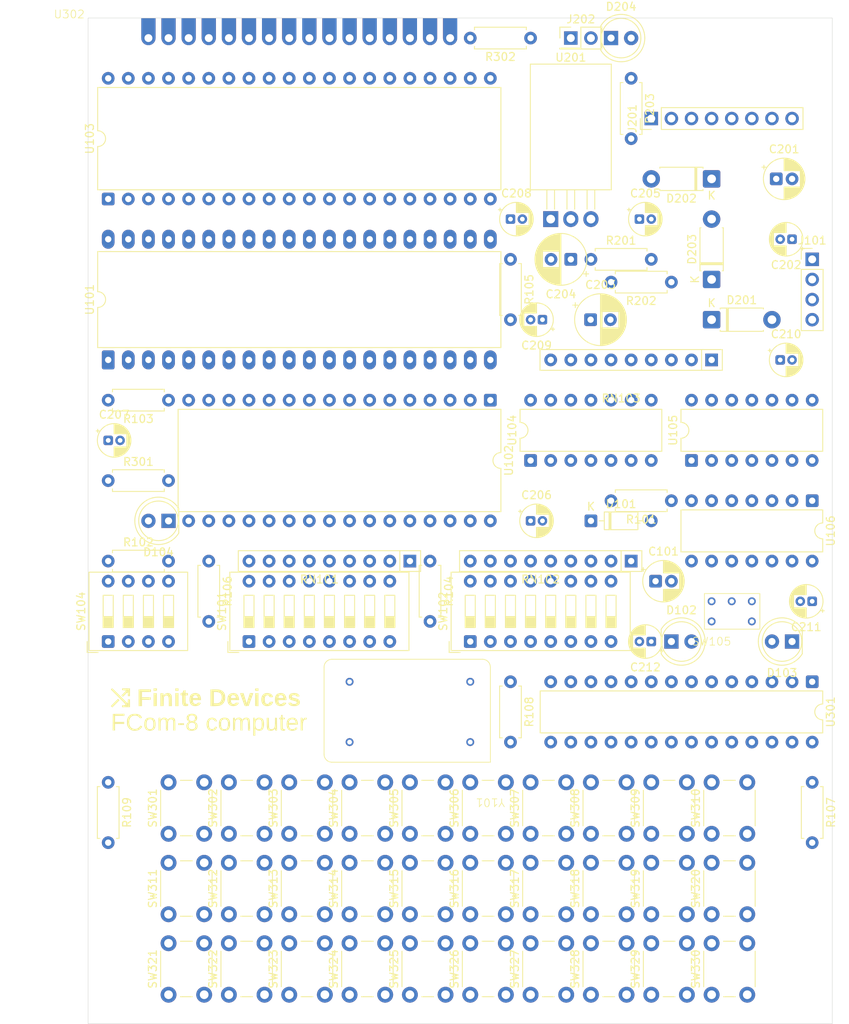
<source format=kicad_pcb>
(kicad_pcb (version 20241229) (generator "pcbnew") (generator_version "9.0")
  (layers (0 "F.Cu" signal) (2 "B.Cu" signal) (13 "F.Paste" user) (15 "B.Paste" user) (5 "F.SilkS" user "F.Silkscreen") (7 "B.SilkS" user "B.Silkscreen") (1 "F.Mask" user) (3 "B.Mask" user) (25 "Edge.Cuts" user))
  (net 0 "")
  (net 1 "GND")
  (net 2 "~{RESET}")
  (net 3 "VCC")
  (net 4 "~{IRQ}")
  (net 5 "/A15")
  (net 6 "/A14")
  (net 7 "/A13")
  (net 8 "/A12")
  (net 9 "/A11")
  (net 10 "/A10")
  (net 11 "/A9")
  (net 12 "/A8")
  (net 13 "RAM_BANKSEL")
  (net 14 "/D2")
  (net 15 "/A3")
  (net 16 "/D0")
  (net 18 "/A5")
  (net 19 "CLOCK")
  (net 20 "/D6")
  (net 21 "/D1")
  (net 22 "/A0")
  (net 23 "/A1")
  (net 25 "/A4")
  (net 26 "PHI2O")
  (net 28 "/D5")
  (net 29 "/D7")
  (net 30 "/A2")
  (net 33 "/A7")
  (net 34 "/D3")
  (net 35 "/A6")
  (net 36 "/D4")
  (net 37 "+5V")
  (net 39 "~{VIA_CS}")
  (net 40 "~{RAM_CS}")
  (net 41 "VBS")
  (net 50 "Net-(U104-Pad4)")
  (net 53 "Net-(U105-Pad2)")
  (net 54 "Net-(U105-Pad1)")
  (net 57 "Net-(D201-A)")
  (net 58 "Net-(J202-Pin_2)")
  (net 59 "Net-(D202-A)")
  (net 60 "Net-(D202-K)")
  (net 61 "~{WE}")
  (net 62 "Net-(U102-~{OE})")
  (net 63 "Net-(U301-GPA0)")
  (net 64 "Net-(U301-GPB4)")
  (net 65 "Net-(U301-GPB7)")
  (net 66 "Net-(U301-GPA1)")
  (net 67 "Net-(U301-GPA2)")
  (net 68 "Net-(U301-GPA3)")
  (net 69 "Net-(U301-GPA4)")
  (net 70 "Net-(U301-GPA5)")
  (net 71 "Net-(U301-GPA6)")
  (net 72 "Net-(U301-GPA7)")
  (net 73 "Net-(U301-GPB6)")
  (net 74 "Net-(U301-GPB3)")
  (net 75 "Net-(U301-GPB5)")
  (net 76 "Net-(U301-GPB2)")
  (net 78 "Net-(U302-V0)")
  (net 79 "KB_SO")
  (net 80 "KB_SI")
  (net 81 "KB_INT")
  (net 82 "KB_SCK")
  (net 83 "~{KB_CS}")
  (net 84 "Net-(U301-A0)")
  (net 85 "DISP_E")
  (net 86 "DISP_RW")
  (net 87 "DISP_RS")
  (net 88 "DISP_D0")
  (net 89 "DISP_D3")
  (net 90 "DISP_D1")
  (net 91 "DISP_D7")
  (net 92 "DISP_D5")
  (net 93 "DISP_D6")
  (net 94 "DISP_D2")
  (net 95 "DISP_D4")
  (net 97 "~{BATLOW}")
  (net 98 "KB_SWA")
  (net 99 "KB_SWB")
  (net 100 "DISP_BL")
  (net 101 "Net-(D102-A)")
  (net 102 "Net-(D103-A)")
  (net 103 "Net-(D104-A)")
  (net 104 "Net-(D204-A)")
  (net 105 "Net-(U103-PB0)")
  (net 106 "Net-(J101-Pin_2)")
  (net 107 "Net-(J101-Pin_3)")
  (footprint "Capacitor_THT:CP_Radial_D4.0mm_P1.50mm" (layer "F.Cu") (at 142.24 99.06 180)
    (property "Reference" "C211" (at 0.75 -3.25 0) (layer "F.SilkS"))
    (property "Value" "0.1u")
    (pad "1" thru_hole roundrect (at 0 0 180) (size 1.2 1.2) (drill 0.6) (layers "*.Cu" "*.Mask") (roundrect_rratio 0.208333) (net 3 "VCC"))
    (pad "2" thru_hole circle (at 1.5 0 180) (size 1.2 1.2) (drill 0.6) (layers "*.Cu" "*.Mask") (net 1 "GND"))
  )
  (footprint "Button_Switch_THT:SW_PUSH_6mm" (layer "F.Cu") (at 91.44 138.58 90)
    (property "Reference" "SW315" (at 3.25 -2 90) (layer "F.SilkS"))
    (property "Value" "G/^/CH7")
    (pad "1" thru_hole circle (at 0 0 180) (size 2 2) (drill 1.1) (layers "*.Cu" "*.Mask") (net 68 "Net-(U301-GPA3)"))
    (pad "1" thru_hole circle (at 6.5 0 180) (size 2 2) (drill 1.1) (layers "*.Cu" "*.Mask") (net 68 "Net-(U301-GPA3)"))
    (pad "2" thru_hole circle (at 0 4.5 180) (size 2 2) (drill 1.1) (layers "*.Cu" "*.Mask") (net 73 "Net-(U301-GPB6)"))
    (pad "2" thru_hole circle (at 6.5 4.5 180) (size 2 2) (drill 1.1) (layers "*.Cu" "*.Mask") (net 73 "Net-(U301-GPB6)"))
  )
  (footprint "Resistor_THT:R_Axial_DIN0207_L6.3mm_D2.5mm_P7.62mm_Horizontal" (layer "F.Cu") (at 66.04 93.98 -90)
    (property "Reference" "R106" (at 3.81 -2.37 90) (layer "F.SilkS"))
    (property "Value" "10k")
    (pad "1" thru_hole circle (at 0 0 270) (size 1.6 1.6) (drill 0.8) (layers "*.Cu" "*.Mask") (net 62 "Net-(U102-~{OE})"))
    (pad "2" thru_hole circle (at 7.62 0 270) (size 1.6 1.6) (drill 0.8) (layers "*.Cu" "*.Mask") (net 37 "+5V"))
  )
  (footprint "Resistor_THT:R_Axial_DIN0207_L6.3mm_D2.5mm_P7.62mm_Horizontal" (layer "F.Cu") (at 124.46 58.756 180)
    (property "Reference" "R202" (at 3.81 -2.37 0) (layer "F.SilkS"))
    (property "Value" "47k")
    (pad "1" thru_hole circle (at 0 0 180) (size 1.6 1.6) (drill 0.8) (layers "*.Cu" "*.Mask") (net 97 "~{BATLOW}"))
    (pad "2" thru_hole circle (at 7.62 0 180) (size 1.6 1.6) (drill 0.8) (layers "*.Cu" "*.Mask") (net 1 "GND"))
  )
  (footprint "Package_DIP:DIP-40_W15.24mm" (layer "F.Cu") (at 53.34 48.26 90)
    (property "Reference" "U103" (at 7.62 -2.33 90) (layer "F.SilkS"))
    (property "Value" "W65C22N6TPG-14")
    (pad "1" thru_hole roundrect (at 0 0 90) (size 1.6 1.6) (drill 0.8) (layers "*.Cu" "*.Mask") (roundrect_rratio 0.15625) (net 1 "GND"))
    (pad "2" thru_hole circle (at 0 2.54 90) (size 1.6 1.6) (drill 0.8) (layers "*.Cu" "*.Mask") (net 88 "DISP_D0"))
    (pad "3" thru_hole circle (at 0 5.08 90) (size 1.6 1.6) (drill 0.8) (layers "*.Cu" "*.Mask") (net 90 "DISP_D1"))
    (pad "4" thru_hole circle (at 0 7.62 90) (size 1.6 1.6) (drill 0.8) (layers "*.Cu" "*.Mask") (net 94 "DISP_D2"))
    (pad "5" thru_hole circle (at 0 10.16 90) (size 1.6 1.6) (drill 0.8) (layers "*.Cu" "*.Mask") (net 89 "DISP_D3"))
    (pad "6" thru_hole circle (at 0 12.7 90) (size 1.6 1.6) (drill 0.8) (layers "*.Cu" "*.Mask") (net 95 "DISP_D4"))
    (pad "7" thru_hole circle (at 0 15.24 90) (size 1.6 1.6) (drill 0.8) (layers "*.Cu" "*.Mask") (net 92 "DISP_D5"))
    (pad "8" thru_hole circle (at 0 17.78 90) (size 1.6 1.6) (drill 0.8) (layers "*.Cu" "*.Mask") (net 93 "DISP_D6"))
    (pad "9" thru_hole circle (at 0 20.32 90) (size 1.6 1.6) (drill 0.8) (layers "*.Cu" "*.Mask") (net 91 "DISP_D7"))
    (pad "10" thru_hole circle (at 0 22.86 90) (size 1.6 1.6) (drill 0.8) (layers "*.Cu" "*.Mask") (net 105 "Net-(U103-PB0)"))
    (pad "11" thru_hole circle (at 0 25.4 90) (size 1.6 1.6) (drill 0.8) (layers "*.Cu" "*.Mask") (net 87 "DISP_RS"))
    (pad "12" thru_hole circle (at 0 27.94 90) (size 1.6 1.6) (drill 0.8) (layers "*.Cu" "*.Mask") (net 86 "DISP_RW"))
    (pad "13" thru_hole circle (at 0 30.48 90) (size 1.6 1.6) (drill 0.8) (layers "*.Cu" "*.Mask") (net 85 "DISP_E"))
    (pad "14" thru_hole circle (at 0 33.02 90) (size 1.6 1.6) (drill 0.8) (layers "*.Cu" "*.Mask") (net 79 "KB_SO"))
    (pad "15" thru_hole circle (at 0 35.56 90) (size 1.6 1.6) (drill 0.8) (layers "*.Cu" "*.Mask") (net 80 "KB_SI"))
    (pad "16" thru_hole circle (at 0 38.1 90) (size 1.6 1.6) (drill 0.8) (layers "*.Cu" "*.Mask") (net 82 "KB_SCK"))
    (pad "17" thru_hole circle (at 0 40.64 90) (size 1.6 1.6) (drill 0.8) (layers "*.Cu" "*.Mask") (net 83 "~{KB_CS}"))
    (pad "18" thru_hole circle (at 0 43.18 90) (size 1.6 1.6) (drill 0.8) (layers "*.Cu" "*.Mask") (net 107 "Net-(J101-Pin_3)"))
    (pad "19" thru_hole circle (at 0 45.72 90) (size 1.6 1.6) (drill 0.8) (layers "*.Cu" "*.Mask") (net 106 "Net-(J101-Pin_2)"))
    (pad "20" thru_hole circle (at 0 48.26 90) (size 1.6 1.6) (drill 0.8) (layers "*.Cu" "*.Mask") (net 3 "VCC"))
    (pad "21" thru_hole circle (at 15.24 48.26 90) (size 1.6 1.6) (drill 0.8) (layers "*.Cu" "*.Mask") (net 4 "~{IRQ}"))
    (pad "22" thru_hole circle (at 15.24 45.72 90) (size 1.6 1.6) (drill 0.8) (layers "*.Cu" "*.Mask") (net 61 "~{WE}"))
    (pad "23" thru_hole circle (at 15.24 43.18 90) (size 1.6 1.6) (drill 0.8) (layers "*.Cu" "*.Mask") (net 39 "~{VIA_CS}"))
    (pad "24" thru_hole circle (at 15.24 40.64 90) (size 1.6 1.6) (drill 0.8) (layers "*.Cu" "*.Mask") (net 40 "~{RAM_CS}"))
    (pad "25" thru_hole circle (at 15.24 38.1 90) (size 1.6 1.6) (drill 0.8) (layers "*.Cu" "*.Mask") (net 19 "CLOCK"))
    (pad "26" thru_hole circle (at 15.24 35.56 90) (size 1.6 1.6) (drill 0.8) (layers "*.Cu" "*.Mask") (net 29 "/D7"))
    (pad "27" thru_hole circle (at 15.24 33.02 90) (size 1.6 1.6) (drill 0.8) (layers "*.Cu" "*.Mask") (net 20 "/D6"))
    (pad "28" thru_hole circle (at 15.24 30.48 90) (size 1.6 1.6) (drill 0.8) (layers "*.Cu" "*.Mask") (net 28 "/D5"))
    (pad "29" thru_hole circle (at 15.24 27.94 90) (size 1.6 1.6) (drill 0.8) (layers "*.Cu" "*.Mask") (net 36 "/D4"))
    (pad "30" thru_hole circle (at 15.24 25.4 90) (size 1.6 1.6) (drill 0.8) (layers "*.Cu" "*.Mask") (net 34 "/D3"))
    (pad "31" thru_hole circle (at 15.24 22.86 90) (size 1.6 1.6) (drill 0.8) (layers "*.Cu" "*.Mask") (net 14 "/D2"))
    (pad "32" thru_hole circle (at 15.24 20.32 90) (size 1.6 1.6) (drill 0.8) (layers "*.Cu" "*.Mask") (net 21 "/D1"))
    (pad "33" thru_hole circle (at 15.24 17.78 90) (size 1.6 1.6) (drill 0.8) (layers "*.Cu" "*.Mask") (net 16 "/D0"))
    (pad "34" thru_hole circle (at 15.24 15.24 90) (size 1.6 1.6) (drill 0.8) (layers "*.Cu" "*.Mask") (net 2 "~{RESET}"))
    (pad "35" thru_hole circle (at 15.24 12.7 90) (size 1.6 1.6) (drill 0.8) (layers "*.Cu" "*.Mask") (net 15 "/A3"))
    (pad "36" thru_hole circle (at 15.24 10.16 90) (size 1.6 1.6) (drill 0.8) (layers "*.Cu" "*.Mask") (net 30 "/A2"))
    (pad "37" thru_hole circle (at 15.24 7.62 90) (size 1.6 1.6) (drill 0.8) (layers "*.Cu" "*.Mask") (net 23 "/A1"))
    (pad "38" thru_hole circle (at 15.24 5.08 90) (size 1.6 1.6) (drill 0.8) (layers "*.Cu" "*.Mask") (net 22 "/A0"))
    (pad "39" thru_hole circle (at 15.24 2.54 90) (size 1.6 1.6) (drill 0.8) (layers "*.Cu" "*.Mask") (net 97 "~{BATLOW}"))
    (pad "40" thru_hole circle (at 15.24 0 90) (size 1.6 1.6) (drill 0.8) (layers "*.Cu" "*.Mask") (net 81 "KB_INT"))
  )
  (footprint "Capacitor_THT:CP_Radial_D4.0mm_P1.50mm" (layer "F.Cu") (at 121.92 104.14 180)
    (property "Reference" "C212" (at 0.75 -3.25 0) (layer "F.SilkS"))
    (property "Value" "0.1u")
    (pad "1" thru_hole roundrect (at 0 0 180) (size 1.2 1.2) (drill 0.6) (layers "*.Cu" "*.Mask") (roundrect_rratio 0.208333) (net 3 "VCC"))
    (pad "2" thru_hole circle (at 1.5 0 180) (size 1.2 1.2) (drill 0.6) (layers "*.Cu" "*.Mask") (net 1 "GND"))
  )
  (footprint "Button_Switch_THT:SW_PUSH_6mm" (layer "F.Cu") (at 121.92 138.58 90)
    (property "Reference" "SW319" (at 3.25 -2 90) (layer "F.SilkS"))
    (property "Value" "L/)/]")
    (pad "1" thru_hole circle (at 0 0 180) (size 2 2) (drill 1.1) (layers "*.Cu" "*.Mask") (net 72 "Net-(U301-GPA7)"))
    (pad "1" thru_hole circle (at 6.5 0 180) (size 2 2) (drill 1.1) (layers "*.Cu" "*.Mask") (net 72 "Net-(U301-GPA7)"))
    (pad "2" thru_hole circle (at 0 4.5 180) (size 2 2) (drill 1.1) (layers "*.Cu" "*.Mask") (net 73 "Net-(U301-GPB6)"))
    (pad "2" thru_hole circle (at 6.5 4.5 180) (size 2 2) (drill 1.1) (layers "*.Cu" "*.Mask") (net 73 "Net-(U301-GPB6)"))
  )
  (footprint "Button_Switch_THT:SW_PUSH_6mm" (layer "F.Cu") (at 129.54 148.74 90)
    (property "Reference" "SW330" (at 3.25 -2 90) (layer "F.SilkS"))
    (property "Value" "SPC/ENT")
    (pad "1" thru_hole circle (at 0 0 180) (size 2 2) (drill 1.1) (layers "*.Cu" "*.Mask") (net 72 "Net-(U301-GPA7)"))
    (pad "1" thru_hole circle (at 6.5 0 180) (size 2 2) (drill 1.1) (layers "*.Cu" "*.Mask") (net 72 "Net-(U301-GPA7)"))
    (pad "2" thru_hole circle (at 0 4.5 180) (size 2 2) (drill 1.1) (layers "*.Cu" "*.Mask") (net 75 "Net-(U301-GPB5)"))
    (pad "2" thru_hole circle (at 6.5 4.5 180) (size 2 2) (drill 1.1) (layers "*.Cu" "*.Mask") (net 75 "Net-(U301-GPB5)"))
  )
  (footprint "Button_Switch_THT:SW_PUSH_6mm" (layer "F.Cu") (at 114.3 148.74 90)
    (property "Reference" "SW328" (at 3.25 -2 90) (layer "F.SilkS"))
    (property "Value" "M///?")
    (pad "1" thru_hole circle (at 0 0 180) (size 2 2) (drill 1.1) (layers "*.Cu" "*.Mask") (net 71 "Net-(U301-GPA6)"))
    (pad "1" thru_hole circle (at 6.5 0 180) (size 2 2) (drill 1.1) (layers "*.Cu" "*.Mask") (net 71 "Net-(U301-GPA6)"))
    (pad "2" thru_hole circle (at 0 4.5 180) (size 2 2) (drill 1.1) (layers "*.Cu" "*.Mask") (net 75 "Net-(U301-GPB5)"))
    (pad "2" thru_hole circle (at 6.5 4.5 180) (size 2 2) (drill 1.1) (layers "*.Cu" "*.Mask") (net 75 "Net-(U301-GPB5)"))
  )
  (footprint "Package_DIP:DIP-14_W7.62mm" (layer "F.Cu") (at 127 81.28 90)
    (property "Reference" "U105" (at 3.81 -2.33 90) (layer "F.SilkS"))
    (property "Value" "74LS08")
    (pad "1" thru_hole roundrect (at 0 0 90) (size 1.6 1.6) (drill 0.8) (layers "*.Cu" "*.Mask") (roundrect_rratio 0.15625) (net 54 "Net-(U105-Pad1)"))
    (pad "2" thru_hole circle (at 0 2.54 90) (size 1.6 1.6) (drill 0.8) (layers "*.Cu" "*.Mask") (net 53 "Net-(U105-Pad2)"))
    (pad "3" thru_hole circle (at 0 5.08 90) (size 1.6 1.6) (drill 0.8) (layers "*.Cu" "*.Mask") (net 40 "~{RAM_CS}"))
    (pad "4" thru_hole circle (at 0 7.62 90) (size 1.6 1.6) (drill 0.8) (layers "*.Cu" "*.Mask") (net 1 "GND"))
    (pad "5" thru_hole circle (at 0 10.16 90) (size 1.6 1.6) (drill 0.8) (layers "*.Cu" "*.Mask") (net 1 "GND"))
    (pad "6" thru_hole circle (at 0 12.7 90) (size 1.6 1.6) (drill 0.8) (layers "*.Cu" "*.Mask"))
    (pad "7" thru_hole circle (at 0 15.24 90) (size 1.6 1.6) (drill 0.8) (layers "*.Cu" "*.Mask") (net 1 "GND"))
    (pad "8" thru_hole circle (at 7.62 15.24 90) (size 1.6 1.6) (drill 0.8) (layers "*.Cu" "*.Mask"))
    (pad "9" thru_hole circle (at 7.62 12.7 90) (size 1.6 1.6) (drill 0.8) (layers "*.Cu" "*.Mask") (net 1 "GND"))
    (pad "10" thru_hole circle (at 7.62 10.16 90) (size 1.6 1.6) (drill 0.8) (layers "*.Cu" "*.Mask") (net 1 "GND"))
    (pad "11" thru_hole circle (at 7.62 7.62 90) (size 1.6 1.6) (drill 0.8) (layers "*.Cu" "*.Mask"))
    (pad "12" thru_hole circle (at 7.62 5.08 90) (size 1.6 1.6) (drill 0.8) (layers "*.Cu" "*.Mask") (net 1 "GND"))
    (pad "13" thru_hole circle (at 7.62 2.54 90) (size 1.6 1.6) (drill 0.8) (layers "*.Cu" "*.Mask") (net 1 "GND"))
    (pad "14" thru_hole circle (at 7.62 0 90) (size 1.6 1.6) (drill 0.8) (layers "*.Cu" "*.Mask") (net 3 "VCC"))
  )
  (footprint "Button_Switch_THT:SW_PUSH_6mm" (layer "F.Cu") (at 129.54 138.58 90)
    (property "Reference" "SW320" (at 3.25 -2 90) (layer "F.SilkS"))
    (property "Value" "BKSP/DEL")
    (pad "1" thru_hole circle (at 0 0 180) (size 2 2) (drill 1.1) (layers "*.Cu" "*.Mask") (net 64 "Net-(U301-GPB4)"))
    (pad "1" thru_hole circle (at 6.5 0 180) (size 2 2) (drill 1.1) (layers "*.Cu" "*.Mask") (net 64 "Net-(U301-GPB4)"))
    (pad "2" thru_hole circle (at 0 4.5 180) (size 2 2) (drill 1.1) (layers "*.Cu" "*.Mask") (net 71 "Net-(U301-GPA6)"))
    (pad "2" thru_hole circle (at 6.5 4.5 180) (size 2 2) (drill 1.1) (layers "*.Cu" "*.Mask") (net 71 "Net-(U301-GPA6)"))
  )
  (footprint "Button_Switch_THT:SW_PUSH_6mm" (layer "F.Cu") (at 106.68 138.58 90)
    (property "Reference" "SW317" (at 3.25 -2 90) (layer "F.SilkS"))
    (property "Value" "J/*/}")
    (pad "1" thru_hole circle (at 0 0 180) (size 2 2) (drill 1.1) (layers "*.Cu" "*.Mask") (net 70 "Net-(U301-GPA5)"))
    (pad "1" thru_hole circle (at 6.5 0 180) (size 2 2) (drill 1.1) (layers "*.Cu" "*.Mask") (net 70 "Net-(U301-GPA5)"))
    (pad "2" thru_hole circle (at 0 4.5 180) (size 2 2) (drill 1.1) (layers "*.Cu" "*.Mask") (net 73 "Net-(U301-GPB6)"))
    (pad "2" thru_hole circle (at 6.5 4.5 180) (size 2 2) (drill 1.1) (layers "*.Cu" "*.Mask") (net 73 "Net-(U301-GPB6)"))
  )
  (footprint "LED_THT:LED_D5.0mm" (layer "F.Cu") (at 116.84 27.94)
    (property "Reference" "D204" (at 1.27 -3.96 0) (layer "F.SilkS"))
    (property "Value" "Red LED")
    (pad "1" thru_hole rect (at 0 0) (size 1.8 1.8) (drill 0.9) (layers "*.Cu" "*.Mask") (net 1 "GND"))
    (pad "2" thru_hole circle (at 2.54 0) (size 1.8 1.8) (drill 0.9) (layers "*.Cu" "*.Mask") (net 104 "Net-(D204-A)"))
  )
  (footprint "Resistor_THT:R_Axial_DIN0207_L6.3mm_D2.5mm_P7.62mm_Horizontal" (layer "F.Cu") (at 104.14 109.22 -90)
    (property "Reference" "R108" (at 3.81 -2.37 90) (layer "F.SilkS"))
    (property "Value" "330")
    (pad "1" thru_hole circle (at 0 0 270) (size 1.6 1.6) (drill 0.8) (layers "*.Cu" "*.Mask") (net 102 "Net-(D103-A)"))
    (pad "2" thru_hole circle (at 7.62 0 270) (size 1.6 1.6) (drill 0.8) (layers "*.Cu" "*.Mask") (net 3 "VCC"))
  )
  (footprint "Resistor_THT:R_Axial_DIN0207_L6.3mm_D2.5mm_P7.62mm_Horizontal" (layer "F.Cu") (at 119.38 33.02 -90)
    (property "Reference" "R203" (at 3.81 -2.37 90) (layer "F.SilkS"))
    (property "Value" "330")
    (pad "1" thru_hole circle (at 0 0 270) (size 1.6 1.6) (drill 0.8) (layers "*.Cu" "*.Mask") (net 104 "Net-(D204-A)"))
    (pad "2" thru_hole circle (at 7.62 0 270) (size 1.6 1.6) (drill 0.8) (layers "*.Cu" "*.Mask") (net 57 "Net-(D201-A)"))
  )
  (footprint "Capacitor_THT:CP_Radial_D4.0mm_P1.50mm" (layer "F.Cu") (at 120.42 50.8)
    (property "Reference" "C205" (at 0.75 -3.25 0) (layer "F.SilkS"))
    (property "Value" "0.1u")
    (pad "1" thru_hole roundrect (at 0 0) (size 1.2 1.2) (drill 0.6) (layers "*.Cu" "*.Mask") (roundrect_rratio 0.208333) (net 1 "GND"))
    (pad "2" thru_hole circle (at 1.5 0) (size 1.2 1.2) (drill 0.6) (layers "*.Cu" "*.Mask") (net 59 "Net-(D202-A)"))
  )
  (footprint "Button_Switch_THT:SW_PUSH_6mm" (layer "F.Cu") (at 91.44 148.74 90)
    (property "Reference" "SW325" (at 3.25 -2 90) (layer "F.SilkS"))
    (property "Value" "V/#/~")
    (pad "1" thru_hole circle (at 0 0 180) (size 2 2) (drill 1.1) (layers "*.Cu" "*.Mask") (net 68 "Net-(U301-GPA3)"))
    (pad "1" thru_hole circle (at 6.5 0 180) (size 2 2) (drill 1.1) (layers "*.Cu" "*.Mask") (net 68 "Net-(U301-GPA3)"))
    (pad "2" thru_hole circle (at 0 4.5 180) (size 2 2) (drill 1.1) (layers "*.Cu" "*.Mask") (net 75 "Net-(U301-GPB5)"))
    (pad "2" thru_hole circle (at 6.5 4.5 180) (size 2 2) (drill 1.1) (layers "*.Cu" "*.Mask") (net 75 "Net-(U301-GPB5)"))
  )
  (footprint "Button_Switch_THT:SW_PUSH_6mm" (layer "F.Cu") (at 91.44 128.42 90)
    (property "Reference" "SW305" (at 3.25 -2 90) (layer "F.SilkS"))
    (property "Value" "T/5/CH3")
    (pad "1" thru_hole circle (at 0 0 180) (size 2 2) (drill 1.1) (layers "*.Cu" "*.Mask") (net 68 "Net-(U301-GPA3)"))
    (pad "1" thru_hole circle (at 6.5 0 180) (size 2 2) (drill 1.1) (layers "*.Cu" "*.Mask") (net 68 "Net-(U301-GPA3)"))
    (pad "2" thru_hole circle (at 0 4.5 180) (size 2 2) (drill 1.1) (layers "*.Cu" "*.Mask") (net 65 "Net-(U301-GPB7)"))
    (pad "2" thru_hole circle (at 6.5 4.5 180) (size 2 2) (drill 1.1) (layers "*.Cu" "*.Mask") (net 65 "Net-(U301-GPB7)"))
  )
  (footprint "Resistor_THT:R_Axial_DIN0207_L6.3mm_D2.5mm_P7.62mm_Horizontal" (layer "F.Cu") (at 142.24 121.92 -90)
    (property "Reference" "R107" (at 3.81 -2.37 90) (layer "F.SilkS"))
    (property "Value" "330")
    (pad "1" thru_hole circle (at 0 0 270) (size 1.6 1.6) (drill 0.8) (layers "*.Cu" "*.Mask") (net 41 "VBS"))
    (pad "2" thru_hole circle (at 7.62 0 270) (size 1.6 1.6) (drill 0.8) (layers "*.Cu" "*.Mask") (net 101 "Net-(D102-A)"))
  )
  (footprint "Package_DIP:DIP-28_W7.62mm" (layer "F.Cu") (at 142.24 109.22 -90)
    (property "Reference" "U301" (at 3.81 -2.33 90) (layer "F.SilkS"))
    (property "Value" "MCP23S17_SP")
    (pad "1" thru_hole roundrect (at 0 0 270) (size 1.6 1.6) (drill 0.8) (layers "*.Cu" "*.Mask") (roundrect_rratio 0.15625) (net 98 "KB_SWA"))
    (pad "2" thru_hole circle (at 0 2.54 270) (size 1.6 1.6) (drill 0.8) (layers "*.Cu" "*.Mask") (net 99 "KB_SWB"))
    (pad "3" thru_hole circle (at 0 5.08 270) (size 1.6 1.6) (drill 0.8) (layers "*.Cu" "*.Mask") (net 76 "Net-(U301-GPB2)"))
    (pad "4" thru_hole circle (at 0 7.62 270) (size 1.6 1.6) (drill 0.8) (layers "*.Cu" "*.Mask") (net 74 "Net-(U301-GPB3)"))
    (pad "5" thru_hole circle (at 0 10.16 270) (size 1.6 1.6) (drill 0.8) (layers "*.Cu" "*.Mask") (net 64 "Net-(U301-GPB4)"))
    (pad "6" thru_hole circle (at 0 12.7 270) (size 1.6 1.6) (drill 0.8) (layers "*.Cu" "*.Mask") (net 75 "Net-(U301-GPB5)"))
    (pad "7" thru_hole circle (at 0 15.24 270) (size 1.6 1.6) (drill 0.8) (layers "*.Cu" "*.Mask") (net 73 "Net-(U301-GPB6)"))
    (pad "8" thru_hole circle (at 0 17.78 270) (size 1.6 1.6) (drill 0.8) (layers "*.Cu" "*.Mask") (net 65 "Net-(U301-GPB7)"))
    (pad "9" thru_hole circle (at 0 20.32 270) (size 1.6 1.6) (drill 0.8) (layers "*.Cu" "*.Mask") (net 3 "VCC"))
    (pad "10" thru_hole circle (at 0 22.86 270) (size 1.6 1.6) (drill 0.8) (layers "*.Cu" "*.Mask") (net 1 "GND"))
    (pad "11" thru_hole circle (at 0 25.4 270) (size 1.6 1.6) (drill 0.8) (layers "*.Cu" "*.Mask") (net 83 "~{KB_CS}"))
    (pad "12" thru_hole circle (at 0 27.94 270) (size 1.6 1.6) (drill 0.8) (layers "*.Cu" "*.Mask") (net 82 "KB_SCK"))
    (pad "13" thru_hole circle (at 0 30.48 270) (size 1.6 1.6) (drill 0.8) (layers "*.Cu" "*.Mask") (net 80 "KB_SI"))
    (pad "14" thru_hole circle (at 0 33.02 270) (size 1.6 1.6) (drill 0.8) (layers "*.Cu" "*.Mask") (net 79 "KB_SO"))
    (pad "15" thru_hole circle (at 7.62 33.02 270) (size 1.6 1.6) (drill 0.8) (layers "*.Cu" "*.Mask") (net 84 "Net-(U301-A0)"))
    (pad "16" thru_hole circle (at 7.62 30.48 270) (size 1.6 1.6) (drill 0.8) (layers "*.Cu" "*.Mask") (net 1 "GND"))
    (pad "17" thru_hole circle (at 7.62 27.94 270) (size 1.6 1.6) (drill 0.8) (layers "*.Cu" "*.Mask") (net 84 "Net-(U301-A0)"))
    (pad "18" thru_hole circle (at 7.62 25.4 270) (size 1.6 1.6) (drill 0.8) (layers "*.Cu" "*.Mask") (net 3 "VCC"))
    (pad "19" thru_hole circle (at 7.62 22.86 270) (size 1.6 1.6) (drill 0.8) (layers "*.Cu" "*.Mask"))
    (pad "20" thru_hole circle (at 7.62 20.32 270) (size 1.6 1.6) (drill 0.8) (layers "*.Cu" "*.Mask") (net 81 "KB_INT"))
    (pad "21" thru_hole circle (at 7.62 17.78 270) (size 1.6 1.6) (drill 0.8) (layers "*.Cu" "*.Mask") (net 63 "Net-(U301-GPA0)"))
    (pad "22" thru_hole circle (at 7.62 15.24 270) (size 1.6 1.6) (drill 0.8) (layers "*.Cu" "*.Mask") (net 66 "Net-(U301-GPA1)"))
    (pad "23" thru_hole circle (at 7.62 12.7 270) (size 1.6 1.6) (drill 0.8) (layers "*.Cu" "*.Mask") (net 67 "Net-(U301-GPA2)"))
    (pad "24" thru_hole circle (at 7.62 10.16 270) (size 1.6 1.6) (drill 0.8) (layers "*.Cu" "*.Mask") (net 68 "Net-(U301-GPA3)"))
    (pad "25" thru_hole circle (at 7.62 7.62 270) (size 1.6 1.6) (drill 0.8) (layers "*.Cu" "*.Mask") (net 69 "Net-(U301-GPA4)"))
    (pad "26" thru_hole circle (at 7.62 5.08 270) (size 1.6 1.6) (drill 0.8) (layers "*.Cu" "*.Mask") (net 70 "Net-(U301-GPA5)"))
    (pad "27" thru_hole circle (at 7.62 2.54 270) (size 1.6 1.6) (drill 0.8) (layers "*.Cu" "*.Mask") (net 71 "Net-(U301-GPA6)"))
    (pad "28" thru_hole circle (at 7.62 0 270) (size 1.6 1.6) (drill 0.8) (layers "*.Cu" "*.Mask") (net 72 "Net-(U301-GPA7)"))
  )
  (footprint "Resistor_THT:R_Axial_DIN0207_L6.3mm_D2.5mm_P7.62mm_Horizontal" (layer "F.Cu") (at 53.34 93.98)
    (property "Reference" "R102" (at 3.81 -2.37 0) (layer "F.SilkS"))
    (property "Value" "10k")
    (pad "1" thru_hole circle (at 0 0) (size 1.6 1.6) (drill 0.8) (layers "*.Cu" "*.Mask") (net 13 "RAM_BANKSEL"))
    (pad "2" thru_hole circle (at 7.62 0) (size 1.6 1.6) (drill 0.8) (layers "*.Cu" "*.Mask") (net 1 "GND"))
  )
  (footprint "Connector_PinHeader_2.54mm:PinHeader_2x01_P2.54mm_Vertical" (layer "F.Cu") (at 111.76 27.94)
    (property "Reference" "J202" (at 1.27 -2.38 0) (layer "F.SilkS"))
    (property "Value" "9V battery")
    (pad "1" thru_hole rect (at 0 0) (size 1.7 1.7) (drill 1) (layers "*.Cu" "*.Mask") (net 1 "GND"))
    (pad "2" thru_hole circle (at 2.54 0) (size 1.7 1.7) (drill 1) (layers "*.Cu" "*.Mask") (net 58 "Net-(J202-Pin_2)"))
  )
  (footprint "Button_Switch_THT:SW_PUSH_6mm" (layer "F.Cu") (at 76.2 128.42 90)
    (property "Reference" "SW303" (at 3.25 -2 90) (layer "F.SilkS"))
    (property "Value" "E/3/CH1")
    (pad "1" thru_hole circle (at 0 0 180) (size 2 2) (drill 1.1) (layers "*.Cu" "*.Mask") (net 66 "Net-(U301-GPA1)"))
    (pad "1" thru_hole circle (at 6.5 0 180) (size 2 2) (drill 1.1) (layers "*.Cu" "*.Mask") (net 66 "Net-(U301-GPA1)"))
    (pad "2" thru_hole circle (at 0 4.5 180) (size 2 2) (drill 1.1) (layers "*.Cu" "*.Mask") (net 65 "Net-(U301-GPB7)"))
    (pad "2" thru_hole circle (at 6.5 4.5 180) (size 2 2) (drill 1.1) (layers "*.Cu" "*.Mask") (net 65 "Net-(U301-GPB7)"))
  )
  (footprint "Button_Switch_THT:SW_PUSH_6mm" (layer "F.Cu") (at 121.92 148.74 90)
    (property "Reference" "SW329" (at 3.25 -2 90) (layer "F.SilkS"))
    (property "Value" "SYM")
    (pad "1" thru_hole circle (at 0 0 180) (size 2 2) (drill 1.1) (layers "*.Cu" "*.Mask") (net 76 "Net-(U301-GPB2)"))
    (pad "1" thru_hole circle (at 6.5 0 180) (size 2 2) (drill 1.1) (layers "*.Cu" "*.Mask") (net 76 "Net-(U301-GPB2)"))
    (pad "2" thru_hole circle (at 0 4.5 180) (size 2 2) (drill 1.1) (layers "*.Cu" "*.Mask") (net 1 "GND"))
    (pad "2" thru_hole circle (at 6.5 4.5 180) (size 2 2) (drill 1.1) (layers "*.Cu" "*.Mask") (net 1 "GND"))
  )
  (footprint "Package_DIP:DIP-14_W7.62mm" (layer "F.Cu") (at 142.24 86.36 -90)
    (property "Reference" "U106" (at 3.81 -2.33 270) (layer "F.SilkS"))
    (property "Value" "74LS21")
    (pad "1" thru_hole roundrect (at 0 0 270) (size 1.6 1.6) (drill 0.8) (layers "*.Cu" "*.Mask") (roundrect_rratio 0.15625) (net 50 "Net-(U104-Pad4)"))
    (pad "2" thru_hole circle (at 0 2.54 270) (size 1.6 1.6) (drill 0.8) (layers "*.Cu" "*.Mask") (net 7 "/A13"))
    (pad "3" thru_hole circle (at 0 5.08 270) (size 1.6 1.6) (drill 0.8) (layers "*.Cu" "*.Mask"))
    (pad "4" thru_hole circle (at 0 7.62 270) (size 1.6 1.6) (drill 0.8) (layers "*.Cu" "*.Mask") (net 9 "/A11"))
    (pad "5" thru_hole circle (at 0 10.16 270) (size 1.6 1.6) (drill 0.8) (layers "*.Cu" "*.Mask") (net 10 "/A10"))
    (pad "6" thru_hole circle (at 0 12.7 270) (size 1.6 1.6) (drill 0.8) (layers "*.Cu" "*.Mask") (net 54 "Net-(U105-Pad1)"))
    (pad "7" thru_hole circle (at 0 15.24 270) (size 1.6 1.6) (drill 0.8) (layers "*.Cu" "*.Mask") (net 1 "GND"))
    (pad "8" thru_hole circle (at 7.62 15.24 270) (size 1.6 1.6) (drill 0.8) (layers "*.Cu" "*.Mask") (net 53 "Net-(U105-Pad2)"))
    (pad "9" thru_hole circle (at 7.62 12.7 270) (size 1.6 1.6) (drill 0.8) (layers "*.Cu" "*.Mask") (net 8 "/A12"))
    (pad "10" thru_hole circle (at 7.62 10.16 270) (size 1.6 1.6) (drill 0.8) (layers "*.Cu" "*.Mask") (net 11 "/A9"))
    (pad "11" thru_hole circle (at 7.62 7.62 270) (size 1.6 1.6) (drill 0.8) (layers "*.Cu" "*.Mask"))
    (pad "12" thru_hole circle (at 7.62 5.08 270) (size 1.6 1.6) (drill 0.8) (layers "*.Cu" "*.Mask") (net 5 "/A15"))
    (pad "13" thru_hole circle (at 7.62 2.54 270) (size 1.6 1.6) (drill 0.8) (layers "*.Cu" "*.Mask") (net 6 "/A14"))
    (pad "14" thru_hole circle (at 7.62 0 270) (size 1.6 1.6) (drill 0.8) (layers "*.Cu" "*.Mask") (net 3 "VCC"))
  )
  (footprint "Button_Switch_THT:SW_DIP_SPSTx08_Slide_9.78x22.5mm_W7.62mm_P2.54mm" (layer "F.Cu") (at 99.06 104.14 90)
    (property "Reference" "SW102" (at 3.81 -3.42 90) (layer "F.SilkS"))
    (property "Value" "SW_DIP_x08")
    (pad "1" thru_hole roundrect (at 0 0 90) (size 1.6 1.6) (drill 0.8) (layers "*.Cu" "*.Mask") (roundrect_rratio 0.15625) (net 41 "VBS"))
    (pad "2" thru_hole circle (at 0 2.54 90) (size 1.6 1.6) (drill 0.8) (layers "*.Cu" "*.Mask") (net 41 "VBS"))
    (pad "3" thru_hole circle (at 0 5.08 90) (size 1.6 1.6) (drill 0.8) (layers "*.Cu" "*.Mask") (net 41 "VBS"))
    (pad "4" thru_hole circle (at 0 7.62 90) (size 1.6 1.6) (drill 0.8) (layers "*.Cu" "*.Mask") (net 41 "VBS"))
    (pad "5" thru_hole circle (at 0 10.16 90) (size 1.6 1.6) (drill 0.8) (layers "*.Cu" "*.Mask") (net 41 "VBS"))
    (pad "6" thru_hole circle (at 0 12.7 90) (size 1.6 1.6) (drill 0.8) (layers "*.Cu" "*.Mask") (net 41 "VBS"))
    (pad "7" thru_hole circle (at 0 15.24 90) (size 1.6 1.6) (drill 0.8) (layers "*.Cu" "*.Mask") (net 41 "VBS"))
    (pad "8" thru_hole circle (at 0 17.78 90) (size 1.6 1.6) (drill 0.8) (layers "*.Cu" "*.Mask") (net 41 "VBS"))
    (pad "9" thru_hole circle (at 7.62 17.78 90) (size 1.6 1.6) (drill 0.8) (layers "*.Cu" "*.Mask") (net 29 "/D7"))
    (pad "10" thru_hole circle (at 7.62 15.24 90) (size 1.6 1.6) (drill 0.8) (layers "*.Cu" "*.Mask") (net 20 "/D6"))
    (pad "11" thru_hole circle (at 7.62 12.7 90) (size 1.6 1.6) (drill 0.8) (layers "*.Cu" "*.Mask") (net 28 "/D5"))
    (pad "12" thru_hole circle (at 7.62 10.16 90) (size 1.6 1.6) (drill 0.8) (layers "*.Cu" "*.Mask") (net 36 "/D4"))
    (pad "13" thru_hole circle (at 7.62 7.62 90) (size 1.6 1.6) (drill 0.8) (layers "*.Cu" "*.Mask") (net 34 "/D3"))
    (pad "14" thru_hole circle (at 7.62 5.08 90) (size 1.6 1.6) (drill 0.8) (layers "*.Cu" "*.Mask") (net 14 "/D2"))
    (pad "15" thru_hole circle (at 7.62 2.54 90) (size 1.6 1.6) (drill 0.8) (layers "*.Cu" "*.Mask") (net 21 "/D1"))
    (pad "16" thru_hole circle (at 7.62 0 90) (size 1.6 1.6) (drill 0.8) (layers "*.Cu" "*.Mask") (net 16 "/D0"))
  )
  (footprint "Button_Switch_THT:SW_PUSH_6mm" (layer "F.Cu") (at 83.82 138.58 90)
    (property "Reference" "SW314" (at 3.25 -2 90) (layer "F.SilkS"))
    (property "Value" "F/%/CH6")
    (pad "1" thru_hole circle (at 0 0 180) (size 2 2) (drill 1.1) (layers "*.Cu" "*.Mask") (net 67 "Net-(U301-GPA2)"))
    (pad "1" thru_hole circle (at 6.5 0 180) (size 2 2) (drill 1.1) (layers "*.Cu" "*.Mask") (net 67 "Net-(U301-GPA2)"))
    (pad "2" thru_hole circle (at 0 4.5 180) (size 2 2) (drill 1.1) (layers "*.Cu" "*.Mask") (net 73 "Net-(U301-GPB6)"))
    (pad "2" thru_hole circle (at 6.5 4.5 180) (size 2 2) (drill 1.1) (layers "*.Cu" "*.Mask") (net 73 "Net-(U301-GPB6)"))
  )
  (footprint "Capacitor_THT:CP_Radial_D4.0mm_P1.50mm" (layer "F.Cu") (at 139.7 53.34 180)
    (property "Reference" "C202" (at 0.75 -3.25 0) (layer "F.SilkS"))
    (property "Value" "0.1u")
    (pad "1" thru_hole roundrect (at 0 0 180) (size 1.2 1.2) (drill 0.6) (layers "*.Cu" "*.Mask") (roundrect_rratio 0.208333) (net 1 "GND"))
    (pad "2" thru_hole circle (at 1.5 0 180) (size 1.2 1.2) (drill 0.6) (layers "*.Cu" "*.Mask") (net 57 "Net-(D201-A)"))
  )
  (footprint "Diode_THT:D_DO-41_SOD81_P7.62mm_Horizontal" (layer "F.Cu") (at 129.54 45.72 180)
    (property "Reference" "D202" (at 3.81 -2.47 0) (layer "F.SilkS"))
    (property "Value" "D_Schottky")
    (fp_text user "K" (at 0 -2.1 0) (layer "F.SilkS"))
    (pad "1" thru_hole roundrect (at 0 0 180) (size 2.2 2.2) (drill 1.1) (layers "*.Cu" "*.Mask") (roundrect_rratio 0.113636) (net 60 "Net-(D202-K)"))
    (pad "2" thru_hole circle (at 7.62 0 180) (size 2.2 2.2) (drill 1.1) (layers "*.Cu" "*.Mask") (net 59 "Net-(D202-A)"))
  )
  (footprint "LED_THT:LED_D5.0mm" (layer "F.Cu") (at 139.7 104.14 180)
    (property "Reference" "D103" (at 1.27 -3.96 0) (layer "F.SilkS"))
    (property "Value" "Red LED")
    (pad "1" thru_hole rect (at 0 0 180) (size 1.8 1.8) (drill 0.9) (layers "*.Cu" "*.Mask") (net 1 "GND"))
    (pad "2" thru_hole circle (at 2.54 0 180) (size 1.8 1.8) (drill 0.9) (layers "*.Cu" "*.Mask") (net 102 "Net-(D103-A)"))
  )
  (footprint "LED_THT:LED_D5.0mm" (layer "F.Cu") (at 124.46 104.14)
    (property "Reference" "D102" (at 1.27 -3.96 0) (layer "F.SilkS"))
    (property "Value" "Green LED")
    (pad "1" thru_hole rect (at 0 0) (size 1.8 1.8) (drill 0.9) (layers "*.Cu" "*.Mask") (net 1 "GND"))
    (pad "2" thru_hole circle (at 2.54 0) (size 1.8 1.8) (drill 0.9) (layers "*.Cu" "*.Mask") (net 101 "Net-(D102-A)"))
  )
  (footprint "Resistor_THT:R_Axial_DIN0207_L6.3mm_D2.5mm_P7.62mm_Horizontal" (layer "F.Cu") (at 53.34 121.92 -90)
    (property "Reference" "R109" (at 3.81 -2.37 90) (layer "F.SilkS"))
    (property "Value" "330")
    (pad "1" thru_hole circle (at 0 0 270) (size 1.6 1.6) (drill 0.8) (layers "*.Cu" "*.Mask") (net 103 "Net-(D104-A)"))
    (pad "2" thru_hole circle (at 7.62 0 270) (size 1.6 1.6) (drill 0.8) (layers "*.Cu" "*.Mask") (net 105 "Net-(U103-PB0)"))
  )
  (footprint "Components:Badge" (layer "F.Cu") (at 66.04 113.03)
    (property "Reference" "G***" (hide yes))
    (property "Value" "LOGO" (hide yes))
  )
  (footprint "Button_Switch_THT:SW_DIP_SPSTx08_Slide_9.78x22.5mm_W7.62mm_P2.54mm" (layer "F.Cu") (at 71.12 104.14 90)
    (property "Reference" "SW101" (at 3.81 -3.42 90) (layer "F.SilkS"))
    (property "Value" "SW_DIP_x08")
    (pad "1" thru_hole roundrect (at 0 0 90) (size 1.6 1.6) (drill 0.8) (layers "*.Cu" "*.Mask") (roundrect_rratio 0.15625) (net 41 "VBS"))
    (pad "2" thru_hole circle (at 0 2.54 90) (size 1.6 1.6) (drill 0.8) (layers "*.Cu" "*.Mask") (net 41 "VBS"))
    (pad "3" thru_hole circle (at 0 5.08 90) (size 1.6 1.6) (drill 0.8) (layers "*.Cu" "*.Mask") (net 41 "VBS"))
    (pad "4" thru_hole circle (at 0 7.62 90) (size 1.6 1.6) (drill 0.8) (layers "*.Cu" "*.Mask") (net 41 "VBS"))
    (pad "5" thru_hole circle (at 0 10.16 90) (size 1.6 1.6) (drill 0.8) (layers "*.Cu" "*.Mask") (net 41 "VBS"))
    (pad "6" thru_hole circle (at 0 12.7 90) (size 1.6 1.6) (drill 0.8) (layers "*.Cu" "*.Mask") (net 41 "VBS"))
    (pad "7" thru_hole circle (at 0 15.24 90) (size 1.6 1.6) (drill 0.8) (layers "*.Cu" "*.Mask") (net 41 "VBS"))
    (pad "8" thru_hole circle (at 0 17.78 90) (size 1.6 1.6) (drill 0.8) (layers "*.Cu" "*.Mask") (net 41 "VBS"))
    (pad "9" thru_hole circle (at 7.62 17.78 90) (size 1.6 1.6) (drill 0.8) (layers "*.Cu" "*.Mask") (net 33 "/A7"))
    (pad "10" thru_hole circle (at 7.62 15.24 90) (size 1.6 1.6) (drill 0.8) (layers "*.Cu" "*.Mask") (net 35 "/A6"))
    (pad "11" thru_hole circle (at 7.62 12.7 90) (size 1.6 1.6) (drill 0.8) (layers "*.Cu" "*.Mask") (net 18 "/A5"))
    (pad "12" thru_hole circle (at 7.62 10.16 90) (size 1.6 1.6) (drill 0.8) (layers "*.Cu" "*.Mask") (net 25 "/A4"))
    (pad "13" thru_hole circle (at 7.62 7.62 90) (size 1.6 1.6) (drill 0.8) (layers "*.Cu" "*.Mask") (net 15 "/A3"))
    (pad "14" thru_hole circle (at 7.62 5.08 90) (size 1.6 1.6) (drill 0.8) (layers "*.Cu" "*.Mask") (net 30 "/A2"))
    (pad "15" thru_hole circle (at 7.62 2.54 90) (size 1.6 1.6) (drill 0.8) (layers "*.Cu" "*.Mask") (net 23 "/A1"))
    (pad "16" thru_hole circle (at 7.62 0 90) (size 1.6 1.6) (drill 0.8) (layers "*.Cu" "*.Mask") (net 22 "/A0"))
  )
  (footprint "Button_Switch_THT:SW_PUSH_6mm" (layer "F.Cu") (at 76.2 138.58 90)
    (property "Reference" "SW313" (at 3.25 -2 90) (layer "F.SilkS"))
    (property "Value" "D/$/CH5")
    (pad "1" thru_hole circle (at 0 0 180) (size 2 2) (drill 1.1) (layers "*.Cu" "*.Mask") (net 66 "Net-(U301-GPA1)"))
    (pad "1" thru_hole circle (at 6.5 0 180) (size 2 2) (drill 1.1) (layers "*.Cu" "*.Mask") (net 66 "Net-(U301-GPA1)"))
    (pad "2" thru_hole circle (at 0 4.5 180) (size 2 2) (drill 1.1) (layers "*.Cu" "*.Mask") (net 73 "Net-(U301-GPB6)"))
    (pad "2" thru_hole circle (at 6.5 4.5 180) (size 2 2) (drill 1.1) (layers "*.Cu" "*.Mask") (net 73 "Net-(U301-GPB6)"))
  )
  (footprint "Button_Switch_THT:SW_PUSH_6mm" (layer "F.Cu") (at 60.96 138.58 90)
    (property "Reference" "SW311" (at 3.25 -2 90) (layer "F.SilkS"))
    (property "Value" "A/!/`")
    (pad "1" thru_hole circle (at 0 0 180) (size 2 2) (drill 1.1) (layers "*.Cu" "*.Mask") (net 64 "Net-(U301-GPB4)"))
    (pad "1" thru_hole circle (at 6.5 0 180) (size 2 2) (drill 1.1) (layers "*.Cu" "*.Mask") (net 64 "Net-(U301-GPB4)"))
    (pad "2" thru_hole circle (at 0 4.5 180) (size 2 2) (drill 1.1) (layers "*.Cu" "*.Mask") (net 66 "Net-(U301-GPA1)"))
    (pad "2" thru_hole circle (at 6.5 4.5 180) (size 2 2) (drill 1.1) (layers "*.Cu" "*.Mask") (net 66 "Net-(U301-GPA1)"))
  )
  (footprint "Capacitor_THT:CP_Radial_D4.0mm_P1.50mm" (layer "F.Cu") (at 53.34 78.74)
    (property "Reference" "C207" (at 0.75 -3.25 0) (layer "F.SilkS"))
    (property "Value" "0.1u")
    (pad "1" thru_hole roundrect (at 0 0) (size 1.2 1.2) (drill 0.6) (layers "*.Cu" "*.Mask") (roundrect_rratio 0.208333) (net 3 "VCC"))
    (pad "2" thru_hole circle (at 1.5 0) (size 1.2 1.2) (drill 0.6) (layers "*.Cu" "*.Mask") (net 1 "GND"))
  )
  (footprint "Package_DIP:DIP-40_W15.24mm_LongPads" (layer "F.Cu") (at 53.34 68.58 90)
    (property "Reference" "U101" (at 7.62 -2.33 90) (layer "F.SilkS"))
    (property "Value" "W65C02S6TPG-14")
    (pad "1" thru_hole roundrect (at 0 0 90) (size 2.4 1.6) (drill 0.8) (layers "*.Cu" "*.Mask") (roundrect_rratio 0.15625))
    (pad "2" thru_hole oval (at 0 2.54 90) (size 2.4 1.6) (drill 0.8) (layers "*.Cu" "*.Mask") (net 3 "VCC"))
    (pad "3" thru_hole oval (at 0 5.08 90) (size 2.4 1.6) (drill 0.8) (layers "*.Cu" "*.Mask"))
    (pad "4" thru_hole oval (at 0 7.62 90) (size 2.4 1.6) (drill 0.8) (layers "*.Cu" "*.Mask") (net 4 "~{IRQ}"))
    (pad "5" thru_hole oval (at 0 10.16 90) (size 2.4 1.6) (drill 0.8) (layers "*.Cu" "*.Mask"))
    (pad "6" thru_hole oval (at 0 12.7 90) (size 2.4 1.6) (drill 0.8) (layers "*.Cu" "*.Mask") (net 3 "VCC"))
    (pad "7" thru_hole oval (at 0 15.24 90) (size 2.4 1.6) (drill 0.8) (layers "*.Cu" "*.Mask"))
    (pad "8" thru_hole oval (at 0 17.78 90) (size 2.4 1.6) (drill 0.8) (layers "*.Cu" "*.Mask") (net 3 "VCC"))
    (pad "9" thru_hole oval (at 0 20.32 90) (size 2.4 1.6) (drill 0.8) (layers "*.Cu" "*.Mask") (net 22 "/A0"))
    (pad "10" thru_hole oval (at 0 22.86 90) (size 2.4 1.6) (drill 0.8) (layers "*.Cu" "*.Mask") (net 23 "/A1"))
    (pad "11" thru_hole oval (at 0 25.4 90) (size 2.4 1.6) (drill 0.8) (layers "*.Cu" "*.Mask") (net 30 "/A2"))
    (pad "12" thru_hole oval (at 0 27.94 90) (size 2.4 1.6) (drill 0.8) (layers "*.Cu" "*.Mask") (net 15 "/A3"))
    (pad "13" thru_hole oval (at 0 30.48 90) (size 2.4 1.6) (drill 0.8) (layers "*.Cu" "*.Mask") (net 25 "/A4"))
    (pad "14" thru_hole oval (at 0 33.02 90) (size 2.4 1.6) (drill 0.8) (layers "*.Cu" "*.Mask") (net 18 "/A5"))
    (pad "15" thru_hole oval (at 0 35.56 90) (size 2.4 1.6) (drill 0.8) (layers "*.Cu" "*.Mask") (net 35 "/A6"))
    (pad "16" thru_hole oval (at 0 38.1 90) (size 2.4 1.6) (drill 0.8) (layers "*.Cu" "*.Mask") (net 33 "/A7"))
    (pad "17" thru_hole oval (at 0 40.64 90) (size 2.4 1.6) (drill 0.8) (layers "*.Cu" "*.Mask") (net 12 "/A8"))
    (pad "18" thru_hole oval (at 0 43.18 90) (size 2.4 1.6) (drill 0.8) (layers "*.Cu" "*.Mask") (net 11 "/A9"))
    (pad "19" thru_hole oval (at 0 45.72 90) (size 2.4 1.6) (drill 0.8) (layers "*.Cu" "*.Mask") (net 10 "/A10"))
    (pad "20" thru_hole oval (at 0 48.26 90) (size 2.4 1.6) (drill 0.8) (layers "*.Cu" "*.Mask") (net 9 "/A11"))
    (pad "21" thru_hole oval (at 15.24 48.26 90) (size 2.4 1.6) (drill 0.8) (layers "*.Cu" "*.Mask") (net 1 "GND"))
    (pad "22" thru_hole oval (at 15.24 45.72 90) (size 2.4 1.6) (drill 0.8) (layers "*.Cu" "*.Mask") (net 8 "/A12"))
    (pad "23" thru_hole oval (at 15.24 43.18 90) (size 2.4 1.6) (drill 0.8) (layers "*.Cu" "*.Mask") (net 7 "/A13"))
    (pad "24" thru_hole oval (at 15.24 40.64 90) (size 2.4 1.6) (drill 0.8) (layers "*.Cu" "*.Mask") (net 6 "/A14"))
    (pad "25" thru_hole oval (at 15.24 38.1 90) (size 2.4 1.6) (drill 0.8) (layers "*.Cu" "*.Mask") (net 5 "/A15"))
    (pad "26" thru_hole oval (at 15.24 35.56 90) (size 2.4 1.6) (drill 0.8) (layers "*.Cu" "*.Mask") (net 29 "/D7"))
    (pad "27" thru_hole oval (at 15.24 33.02 90) (size 2.4 1.6) (drill 0.8) (layers "*.Cu" "*.Mask") (net 20 "/D6"))
    (pad "28" thru_hole oval (at 15.24 30.48 90) (size 2.4 1.6) (drill 0.8) (layers "*.Cu" "*.Mask") (net 28 "/D5"))
    (pad "29" thru_hole oval (at 15.24 27.94 90) (size 2.4 1.6) (drill 0.8) (layers "*.Cu" "*.Mask") (net 36 "/D4"))
    (pad "30" thru_hole oval (at 15.24 25.4 90) (size 2.4 1.6) (drill 0.8) (layers "*.Cu" "*.Mask") (net 34 "/D3"))
    (pad "31" thru_hole oval (at 15.24 22.86 90) (size 2.4 1.6) (drill 0.8) (layers "*.Cu" "*.Mask") (net 14 "/D2"))
    (pad "32" thru_hole oval (at 15.24 20.32 90) (size 2.4 1.6) (drill 0.8) (layers "*.Cu" "*.Mask") (net 21 "/D1"))
    (pad "33" thru_hole oval (at 15.24 17.78 90) (size 2.4 1.6) (drill 0.8) (layers "*.Cu" "*.Mask") (net 16 "/D0"))
    (pad "34" thru_hole oval (at 15.24 15.24 90) (size 2.4 1.6) (drill 0.8) (layers "*.Cu" "*.Mask") (net 61 "~{WE}"))
    (pad "35" thru_hole oval (at 15.24 12.7 90) (size 2.4 1.6) (drill 0.8) (layers "*.Cu" "*.Mask"))
    (pad "36" thru_hole oval (at 15.24 10.16 90) (size 2.4 1.6) (drill 0.8) (layers "*.Cu" "*.Mask") (net 3 "VCC"))
    (pad "37" thru_hole oval (at 15.24 7.62 90) (size 2.4 1.6) (drill 0.8) (layers "*.Cu" "*.Mask") (net 19 "CLOCK"))
    (pad "38" thru_hole oval (at 15.24 5.08 90) (size 2.4 1.6) (drill 0.8) (layers "*.Cu" "*.Mask") (net 3 "VCC"))
    (pad "39" thru_hole oval (at 15.24 2.54 90) (size 2.4 1.6) (drill 0.8) (layers "*.Cu" "*.Mask") (net 26 "PHI2O"))
    (pad "40" thru_hole oval (at 15.24 0 90) (size 2.4 1.6) (drill 0.8) (layers "*.Cu" "*.Mask") (net 3 "VCC"))
  )
  (footprint "Resistor_THT:R_Axial_DIN0207_L6.3mm_D2.5mm_P7.62mm_Horizontal" (layer "F.Cu") (at 106.68 27.94 180)
    (property "Reference" "R302" (at 3.81 -2.37 0) (layer "F.SilkS"))
    (property "Value" "1.2k")
    (pad "1" thru_hole circle (at 0 0 180) (size 1.6 1.6) (drill 0.8) (layers "*.Cu" "*.Mask") (net 78 "Net-(U302-V0)"))
    (pad "2" thru_hole circle (at 7.62 0 180) (size 1.6 1.6) (drill 0.8) (layers "*.Cu" "*.Mask") (net 1 "GND"))
  )
  (footprint "Button_Switch_THT:SW_PUSH_6mm" (layer "F.Cu") (at 121.92 128.42 90)
    (property "Reference" "SW309" (at 3.25 -2 90) (layer "F.SilkS"))
    (property "Value" "O/9/=")
    (pad "1" thru_hole circle (at 0 0 180) (size 2 2) (drill 1.1) (layers "*.Cu" "*.Mask") (net 72 "Net-(U301-GPA7)"))
    (pad "1" thru_hole circle (at 6.5 0 180) (size 2 2) (drill 1.1) (layers "*.Cu" "*.Mask") (net 72 "Net-(U301-GPA7)"))
    (pad "2" thru_hole circle (at 0 4.5 180) (size 2 2) (drill 1.1) (layers "*.Cu" "*.Mask") (net 65 "Net-(U301-GPB7)"))
    (pad "2" thru_hole circle (at 6.5 4.5 180) (size 2 2) (drill 1.1) (layers "*.Cu" "*.Mask") (net 65 "Net-(U301-GPB7)"))
  )
  (footprint "Components:ECS-100AX-010" (layer "F.Cu") (at 101.6 119.38 180)
    (property "Reference" "Y101" (at 0 -5.08 180) (layer "F.SilkS") (effects (font (thickness 0.1))))
    (property "Value" "ECS-100AX-010")
    (pad "1" thru_hole circle (at 2.54 2.54 180) (size 1 1) (drill 0.6) (layers "*.Cu" "*.Mask"))
    (pad "7" thru_hole circle (at 17.78 2.54 180) (size 1 1) (drill 0.6) (layers "*.Cu" "*.Mask") (net 1 "GND"))
    (pad "8" thru_hole circle (at 17.78 10.16 180) (size 1 1) (drill 0.6) (layers "*.Cu" "*.Mask") (net 19 "CLOCK"))
    (pad "14" thru_hole circle (at 2.54 10.16 180) (size 1 1) (drill 0.6) (layers "*.Cu" "*.Mask") (net 3 "VCC"))
  )
  (footprint "Button_Switch_THT:SW_PUSH_6mm" (layer "F.Cu") (at 106.68 128.42 90)
    (property "Reference" "SW307" (at 3.25 -2 90) (layer "F.SilkS"))
    (property "Value" "U/7/-")
    (pad "1" thru_hole circle (at 0 0 180) (size 2 2) (drill 1.1) (layers "*.Cu" "*.Mask") (net 70 "Net-(U301-GPA5)"))
    (pad "1" thru_hole circle (at 6.5 0 180) (size 2 2) (drill 1.1) (layers "*.Cu" "*.Mask") (net 70 "Net-(U301-GPA5)"))
    (pad "2" thru_hole circle (at 0 4.5 180) (size 2 2) (drill 1.1) (layers "*.Cu" "*.Mask") (net 65 "Net-(U301-GPB7)"))
    (pad "2" thru_hole circle (at 6.5 4.5 180) (size 2 2) (drill 1.1) (layers "*.Cu" "*.Mask") (net 65 "Net-(U301-GPB7)"))
  )
  (footprint "Button_Switch_THT:SW_PUSH_6mm" (layer "F.Cu") (at 129.54 128.42 90)
    (property "Reference" "SW310" (at 3.25 -2 90) (layer "F.SilkS"))
    (property "Value" "P/0")
    (pad "1" thru_hole circle (at 0 0 180) (size 2 2) (drill 1.1) (layers "*.Cu" "*.Mask") (net 64 "Net-(U301-GPB4)"))
    (pad "1" thru_hole circle (at 6.5 0 180) (size 2 2) (drill 1.1) (layers "*.Cu" "*.Mask") (net 64 "Net-(U301-GPB4)"))
    (pad "2" thru_hole circle (at 0 4.5 180) (size 2 2) (drill 1.1) (layers "*.Cu" "*.Mask") (net 72 "Net-(U301-GPA7)"))
    (pad "2" thru_hole circle (at 6.5 4.5 180) (size 2 2) (drill 1.1) (layers "*.Cu" "*.Mask") (net 72 "Net-(U301-GPA7)"))
  )
  (footprint "Capacitor_THT:CP_Radial_D4.0mm_P1.50mm" (layer "F.Cu") (at 108.18 63.5 180)
    (property "Reference" "C209" (at 0.75 -3.25 0) (layer "F.SilkS"))
    (property "Value" "0.1u")
    (pad "1" thru_hole roundrect (at 0 0 180) (size 1.2 1.2) (drill 0.6) (layers "*.Cu" "*.Mask") (roundrect_rratio 0.208333) (net 3 "VCC"))
    (pad "2" thru_hole circle (at 1.5 0 180) (size 1.2 1.2) (drill 0.6) (layers "*.Cu" "*.Mask") (net 1 "GND"))
  )
  (footprint "Diode_THT:D_DO-41_SOD81_P7.62mm_Horizontal" (layer "F.Cu") (at 129.54 58.42 90)
    (property "Reference" "D203" (at 3.81 -2.47 90) (layer "F.SilkS"))
    (property "Value" "D_Schottky")
    (fp_text user "K" (at 0 -2.1 90) (layer "F.SilkS"))
    (pad "1" thru_hole roundrect (at 0 0 90) (size 2.2 2.2) (drill 1.1) (layers "*.Cu" "*.Mask") (roundrect_rratio 0.113636) (net 37 "+5V"))
    (pad "2" thru_hole circle (at 7.62 0 90) (size 2.2 2.2) (drill 1.1) (layers "*.Cu" "*.Mask") (net 60 "Net-(D202-K)"))
  )
  (footprint "Resistor_THT:R_Array_SIP9" (layer "F.Cu") (at 129.54 68.58 180)
    (property "Reference" "RN103" (at 11.43 -4.85 0) (layer "F.SilkS"))
    (property "Value" "8×10k")
    (pad "1" thru_hole rect (at 0 0 180) (size 1.6 1.6) (drill 0.8) (layers "*.Cu" "*.Mask") (net 37 "+5V"))
    (pad "2" thru_hole circle (at 2.54 0 180) (size 1.6 1.6) (drill 0.8) (layers "*.Cu" "*.Mask") (net 8 "/A12"))
    (pad "3" thru_hole circle (at 5.08 0 180) (size 1.6 1.6) (drill 0.8) (layers "*.Cu" "*.Mask") (net 7 "/A13"))
    (pad "4" thru_hole circle (at 7.62 0 180) (size 1.6 1.6) (drill 0.8) (layers "*.Cu" "*.Mask") (net 6 "/A14"))
    (pad "5" thru_hole circle (at 10.16 0 180) (size 1.6 1.6) (drill 0.8) (layers "*.Cu" "*.Mask") (net 5 "/A15"))
    (pad "6" thru_hole circle (at 12.7 0 180) (size 1.6 1.6) (drill 0.8) (layers "*.Cu" "*.Mask") (net 9 "/A11"))
    (pad "7" thru_hole circle (at 15.24 0 180) (size 1.6 1.6) (drill 0.8) (layers "*.Cu" "*.Mask") (net 10 "/A10"))
    (pad "8" thru_hole circle (at 17.78 0 180) (size 1.6 1.6) (drill 0.8) (layers "*.Cu" "*.Mask") (net 11 "/A9"))
    (pad "9" thru_hole circle (at 20.32 0 180) (size 1.6 1.6) (drill 0.8) (layers "*.Cu" "*.Mask") (net 12 "/A8"))
  )
  (footprint "Button_Switch_THT:SW_PUSH_6mm" (layer "F.Cu") (at 83.82 148.74 90)
    (property "Reference" "SW324" (at 3.25 -2 90) (layer "F.SilkS"))
    (property "Value" "C/'/@")
    (pad "1" thru_hole circle (at 0 0 180) (size 2 2) (drill 1.1) (layers "*.Cu" "*.Mask") (net 67 "Net-(U301-GPA2)"))
    (pad "1" thru_hole circle (at 6.5 0 180) (size 2 2) (drill 1.1) (layers "*.Cu" "*.Mask") (net 67 "Net-(U301-GPA2)"))
    (pad "2" thru_hole circle (at 0 4.5 180) (size 2 2) (drill 1.1) (layers "*.Cu" "*.Mask") (net 75 "Net-(U301-GPB5)"))
    (pad "2" thru_hole circle (at 6.5 4.5 180) (size 2 2) (drill 1.1) (layers "*.Cu" "*.Mask") (net 75 "Net-(U301-GPB5)"))
  )
  (footprint "Button_Switch_THT:SW_PUSH_6mm" (layer "F.Cu") (at 83.82 128.42 90)
    (property "Reference" "SW304" (at 3.25 -2 90) (layer "F.SilkS"))
    (property "Value" "R/4/CH2")
    (pad "1" thru_hole circle (at 0 0 180) (size 2 2) (drill 1.1) (layers "*.Cu" "*.Mask") (net 67 "Net-(U301-GPA2)"))
    (pad "1" thru_hole circle (at 6.5 0 180) (size 2 2) (drill 1.1) (layers "*.Cu" "*.Mask") (net 67 "Net-(U301-GPA2)"))
    (pad "2" thru_hole circle (at 0 4.5 180) (size 2 2) (drill 1.1) (layers "*.Cu" "*.Mask") (net 65 "Net-(U301-GPB7)"))
    (pad "2" thru_hole circle (at 6.5 4.5 180) (size 2 2) (drill 1.1) (layers "*.Cu" "*.Mask") (net 65 "Net-(U301-GPB7)"))
  )
  (footprint "Capacitor_THT:CP_Radial_D5.0mm_P2.00mm" (layer "F.Cu") (at 137.7 45.72)
    (property "Reference" "C201" (at 1 -3.75 0) (layer "F.SilkS"))
    (property "Value" "10u")
    (pad "1" thru_hole roundrect (at 0 0) (size 1.6 1.6) (drill 0.8) (layers "*.Cu" "*.Mask") (roundrect_rratio 0.15625) (net 57 "Net-(D201-A)"))
    (pad "2" thru_hole circle (at 2 0) (size 1.6 1.6) (drill 0.8) (layers "*.Cu" "*.Mask") (net 1 "GND"))
  )
  (footprint "Package_DIP:DIP-14_W7.62mm" (layer "F.Cu") (at 106.68 81.28 90)
    (property "Reference" "U104" (at 3.81 -2.33 90) (layer "F.SilkS"))
    (property "Value" "74LS04")
    (pad "1" thru_hole roundrect (at 0 0 90) (size 1.6 1.6) (drill 0.8) (layers "*.Cu" "*.Mask") (roundrect_rratio 0.15625) (net 61 "~{WE}"))
    (pad "2" thru_hole circle (at 0 2.54 90) (size 1.6 1.6) (drill 0.8) (layers "*.Cu" "*.Mask") (net 62 "Net-(U102-~{OE})"))
    (pad "3" thru_hole circle (at 0 5.08 90) (size 1.6 1.6) (drill 0.8) (layers "*.Cu" "*.Mask") (net 12 "/A8"))
    (pad "4" thru_hole circle (at 0 7.62 90) (size 1.6 1.6) (drill 0.8) (layers "*.Cu" "*.Mask") (net 50 "Net-(U104-Pad4)"))
    (pad "5" thru_hole circle (at 0 10.16 90) (size 1.6 1.6) (drill 0.8) (layers "*.Cu" "*.Mask") (net 40 "~{RAM_CS}"))
    (pad "6" thru_hole circle (at 0 12.7 90) (size 1.6 1.6) (drill 0.8) (layers "*.Cu" "*.Mask") (net 39 "~{VIA_CS}"))
    (pad "7" thru_hole circle (at 0 15.24 90) (size 1.6 1.6) (drill 0.8) (layers "*.Cu" "*.Mask") (net 1 "GND"))
    (pad "8" thru_hole circle (at 7.62 15.24 90) (size 1.6 1.6) (drill 0.8) (layers "*.Cu" "*.Mask"))
    (pad "9" thru_hole circle (at 7.62 12.7 90) (size 1.6 1.6) (drill 0.8) (layers "*.Cu" "*.Mask") (net 1 "GND"))
    (pad "10" thru_hole circle (at 7.62 10.16 90) (size 1.6 1.6) (drill 0.8) (layers "*.Cu" "*.Mask"))
    (pad "11" thru_hole circle (at 7.62 7.62 90) (size 1.6 1.6) (drill 0.8) (layers "*.Cu" "*.Mask") (net 1 "GND"))
    (pad "12" thru_hole circle (at 7.62 5.08 90) (size 1.6 1.6) (drill 0.8) (layers "*.Cu" "*.Mask"))
    (pad "13" thru_hole circle (at 7.62 2.54 90) (size 1.6 1.6) (drill 0.8) (layers "*.Cu" "*.Mask") (net 1 "GND"))
    (pad "14" thru_hole circle (at 7.62 0 90) (size 1.6 1.6) (drill 0.8) (layers "*.Cu" "*.Mask") (net 3 "VCC"))
  )
  (footprint "Button_Switch_THT:SW_PUSH_6mm" (layer "F.Cu") (at 68.58 138.58 90)
    (property "Reference" "SW312" (at 3.25 -2 90) (layer "F.SilkS"))
    (property "Value" "S/\"/CH4")
    (pad "1" thru_hole circle (at 0 0 180) (size 2 2) (drill 1.1) (layers "*.Cu" "*.Mask") (net 63 "Net-(U301-GPA0)"))
    (pad "1" thru_hole circle (at 6.5 0 180) (size 2 2) (drill 1.1) (layers "*.Cu" "*.Mask") (net 63 "Net-(U301-GPA0)"))
    (pad "2" thru_hole circle (at 0 4.5 180) (size 2 2) (drill 1.1) (layers "*.Cu" "*.Mask") (net 73 "Net-(U301-GPB6)"))
    (pad "2" thru_hole circle (at 6.5 4.5 180) (size 2 2) (drill 1.1) (layers "*.Cu" "*.Mask") (net 73 "Net-(U301-GPB6)"))
  )
  (footprint "Components:NHD-0420DZ-FL-YBW" (layer "F.Cu") (at 48.42 25.44)
    (property "Reference" "U302" (at 0 -0.5 0) (layer "F.SilkS") (effects (font (thickness 0.1))))
    (property "Value" "NHD-0420DZ-FL-YBW")
    (pad "1" thru_hole roundrect (at 10 2.5) (size 1.8 3.4) (drill 1 (offset 0 -0.8)) (layers "*.Cu" "*.Mask") (roundrect_rratio 0.5) (chamfer_ratio 0) (chamfer top_left top_right) (net 1 "GND"))
    (pad "2" thru_hole roundrect (at 12.54 2.5) (size 1.8 3.4) (drill 1 (offset 0 -0.8)) (layers "*.Cu" "*.Mask") (roundrect_rratio 0.5) (chamfer_ratio 0) (chamfer top_left top_right) (net 3 "VCC"))
    (pad "3" thru_hole roundrect (at 15.08 2.5) (size 1.8 3.4) (drill 1 (offset 0 -0.8)) (layers "*.Cu" "*.Mask") (roundrect_rratio 0.5) (chamfer_ratio 0) (chamfer top_left top_right) (net 78 "Net-(U302-V0)"))
    (pad "4" thru_hole roundrect (at 17.62 2.5) (size 1.8 3.4) (drill 1 (offset 0 -0.8)) (layers "*.Cu" "*.Mask") (roundrect_rratio 0.5) (chamfer_ratio 0) (chamfer top_left top_right) (net 87 "DISP_RS"))
    (pad "5" thru_hole roundrect (at 20.16 2.5) (size 1.8 3.4) (drill 1 (offset 0 -0.8)) (layers "*.Cu" "*.Mask") (roundrect_rratio 0.5) (chamfer_ratio 0) (chamfer top_left top_right) (net 86 "DISP_RW"))
    (pad "6" thru_hole roundrect (at 22.7 2.5) (size 1.8 3.4) (drill 1 (offset 0 -0.8)) (layers "*.Cu" "*.Mask") (roundrect_rratio 0.5) (chamfer_ratio 0) (chamfer top_left top_right) (net 85 "DISP_E"))
    (pad "7" thru_hole roundrect (at 25.24 2.5) (size 1.8 3.4) (drill 1 (offset 0 -0.8)) (layers "*.Cu" "*.Mask") (roundrect_rratio 0.5) (chamfer_ratio 0) (chamfer top_left top_right) (net 88 "DISP_D0"))
    (pad "8" thru_hole roundrect (at 27.78 2.5) (size 1.8 3.4) (drill 1 (offset 0 -0.8)) (layers "*.Cu" "*.Mask") (roundrect_rratio 0.5) (chamfer_ratio 0) (chamfer top_left top_right) (net 90 "DISP_D1"))
    (pad "9" thru_hole roundrect (at 30.32 2.5) (size 1.8 3.4) (drill 1 (offset 0 -0.8)) (layers "*.Cu" "*.Mask") (roundrect_rratio 0.5) (chamfer_ratio 0) (chamfer top_left top_right) (net 94 "DISP_D2"))
    (pad "10" thru_hole roundrect (at 32.86 2.5) (size 1.8 3.4) (drill 1 (offset 0 -0.8)) (layers "*.Cu" "*.Mask") (roundrect_rratio 0.5) (chamfer_ratio 0) (chamfer top_left top_right) (net 89 "DISP_D3"))
    (pad "11" thru_hole roundrect (at 35.4 2.5) (size 1.8 3.4) (drill 1 (offset 0 -0.8)) (layers "*.Cu" "*.Mask") (roundrect_rratio 0.5) (chamfer_ratio 0) (chamfer top_left top_right) (net 95 "DISP_D4"))
    (pad "12" thru_hole roundrect (at 37.94 2.5) (size 1.8 3.4) (drill 1 (offset 0 -0.8)) (layers "*.Cu" "*.Mask") (roundrect_rratio 0.5) (chamfer_ratio 0) (chamfer top_left top_right) (net 92 "DISP_D5"))
    (pad "13" thru_hole roundrect (at 40.48 2.5) (size 1.8 3.4) (drill 1 (offset 0 -0.8)) (layers "*.Cu" "*.Mask") (roundrect_rratio 0.5) (chamfer_ratio 0) (chamfer top_left top_right) (net 93 "DISP_D6"))
    (pad "14" thru_hole roundrect (at 43.02 2.5) (size 1.8 3.4) (drill 1 (offset 0 -0.8)) (layers "*.Cu" "*.Mask") (roundrect_rratio 0.5) (chamfer_ratio 0) (chamfer top_left top_right) (net 91 "DISP_D7"))
    (pad "15" thru_hole roundrect (at 45.56 2.5) (size 1.8 3.4) (drill 1 (offset 0 -0.8)) (layers "*.Cu" "*.Mask") (roundrect_rratio 0.5) (chamfer_ratio 0) (chamfer top_left top_right) (net 100 "DISP_BL"))
    (pad "16" thru_hole roundrect (at 48.1 2.5) (size 1.8 3.4) (drill 1 (offset 0 -0.8)) (layers "*.Cu" "*.Mask") (roundrect_rratio 0.5) (chamfer_ratio 0) (chamfer top_left top_right) (net 1 "GND"))
  )
  (footprint "Button_Switch_THT:SW_DIP_SPSTx04_Slide_9.78x12.34mm_W7.62mm_P2.54mm" (layer "F.Cu") (at 53.34 104.14 90)
    (property "Reference" "SW104" (at 3.81 -3.42 90) (layer "F.SilkS"))
    (property "Value" "SW_DIP_x04")
    (pad "1" thru_hole roundrect (at 0 0 90) (size 1.6 1.6) (drill 0.8) (layers "*.Cu" "*.Mask") (roundrect_rratio 0.15625) (net 37 "+5V"))
    (pad "2" thru_hole circle (at 0 2.54 90) (size 1.6 1.6) (drill 0.8) (layers "*.Cu" "*.Mask") (net 3 "VCC"))
    (pad "3" thru_hole circle (at 0 5.08 90) (size 1.6 1.6) (drill 0.8) (layers "*.Cu" "*.Mask") (net 1 "GND"))
    (pad "4" thru_hole circle (at 0 7.62 90) (size 1.6 1.6) (drill 0.8) (layers "*.Cu" "*.Mask") (net 1 "GND"))
    (pad "5" thru_hole circle (at 7.62 7.62 90) (size 1.6 1.6) (drill 0.8) (layers "*.Cu" "*.Mask") (net 99 "KB_SWB"))
    (pad "6" thru_hole circle (at 7.62 5.08 90) (size 1.6 1.6) (drill 0.8) (layers "*.Cu" "*.Mask") (net 98 "KB_SWA"))
    (pad "7" thru_hole circle (at 7.62 2.54 90) (size 1.6 1.6) (drill 0.8) (layers "*.Cu" "*.Mask") (net 100 "DISP_BL"))
    (pad "8" thru_hole circle (at 7.62 0 90) (size 1.6 1.6) (drill 0.8) (layers "*.Cu" "*.Mask") (net 13 "RAM_BANKSEL"))
  )
  (footprint "Button_Switch_THT:SW_PUSH_6mm" (layer "F.Cu") (at 106.68 148.74 90)
    (property "Reference" "SW327" (at 3.25 -2 90) (layer "F.SilkS"))
    (property "Value" "N/./>")
    (pad "1" thru_hole circle (at 0 0 180) (size 2 2) (drill 1.1) (layers "*.Cu" "*.Mask") (net 70 "Net-(U301-GPA5)"))
    (pad "1" thru_hole circle (at 6.5 0 180) (size 2 2) (drill 1.1) (layers "*.Cu" "*.Mask") (net 70 "Net-(U301-GPA5)"))
    (pad "2" thru_hole circle (at 0 4.5 180) (size 2 2) (drill 1.1) (layers "*.Cu" "*.Mask") (net 75 "Net-(U301-GPB5)"))
    (pad "2" thru_hole circle (at 6.5 4.5 180) (size 2 2) (drill 1.1) (layers "*.Cu" "*.Mask") (net 75 "Net-(U301-GPB5)"))
  )
  (footprint "Button_Switch_THT:SW_PUSH_6mm" (layer "F.Cu") (at 99.06 128.42 90)
    (property "Reference" "SW306" (at 3.25 -2 90) (layer "F.SilkS"))
    (property "Value" "Y/6/_")
    (pad "1" thru_hole circle (at 0 0 180) (size 2 2) (drill 1.1) (layers "*.Cu" "*.Mask") (net 69 "Net-(U301-GPA4)"))
    (pad "1" thru_hole circle (at 6.5 0 180) (size 2 2) (drill 1.1) (layers "*.Cu" "*.Mask") (net 69 "Net-(U301-GPA4)"))
    (pad "2" thru_hole circle (at 0 4.5 180) (size 2 2) (drill 1.1) (layers "*.Cu" "*.Mask") (net 65 "Net-(U301-GPB7)"))
    (pad "2" thru_hole circle (at 6.5 4.5 180) (size 2 2) (drill 1.1) (layers "*.Cu" "*.Mask") (net 65 "Net-(U301-GPB7)"))
  )
  (footprint "Button_Switch_THT:SW_PUSH_6mm" (layer "F.Cu") (at 114.3 138.58 90)
    (property "Reference" "SW318" (at 3.25 -2 90) (layer "F.SilkS"))
    (property "Value" "K/(/[")
    (pad "1" thru_hole circle (at 0 0 180) (size 2 2) (drill 1.1) (layers "*.Cu" "*.Mask") (net 71 "Net-(U301-GPA6)"))
    (pad "1" thru_hole circle (at 6.5 0 180) (size 2 2) (drill 1.1) (layers "*.Cu" "*.Mask") (net 71 "Net-(U301-GPA6)"))
    (pad "2" thru_hole circle (at 0 4.5 180) (size 2 2) (drill 1.1) (layers "*.Cu" "*.Mask") (net 73 "Net-(U301-GPB6)"))
    (pad "2" thru_hole circle (at 6.5 4.5 180) (size 2 2) (drill 1.1) (layers "*.Cu" "*.Mask") (net 73 "Net-(U301-GPB6)"))
  )
  (footprint "Capacitor_THT:CP_Radial_D5.0mm_P2.00mm" (layer "F.Cu") (at 122.46 96.52)
    (property "Reference" "C101" (at 1 -3.75 0) (layer "F.SilkS"))
    (property "Value" "4.7u")
    (pad "1" thru_hole roundrect (at 0 0) (size 1.6 1.6) (drill 0.8) (layers "*.Cu" "*.Mask") (roundrect_rratio 0.15625) (net 41 "VBS"))
    (pad "2" thru_hole circle (at 2 0) (size 1.6 1.6) (drill 0.8) (layers "*.Cu" "*.Mask") (net 1 "GND"))
  )
  (footprint "Resistor_THT:R_Axial_DIN0207_L6.3mm_D2.5mm_P7.62mm_Horizontal" (layer "F.Cu") (at 104.14 55.88 -90)
    (property "Reference" "R105" (at 3.81 -2.37 90) (layer "F.SilkS"))
    (property "Value" "10k")
    (pad "1" thru_hole circle (at 0 0 270) (size 1.6 1.6) (drill 0.8) (layers "*.Cu" "*.Mask") (net 26 "PHI2O"))
    (pad "2" thru_hole circle (at 7.62 0 270) (size 1.6 1.6) (drill 0.8) (layers "*.Cu" "*.Mask") (net 1 "GND"))
  )
  (footprint "Capacitor_THT:CP_Radial_D6.3mm_P2.50mm" (layer "F.Cu") (at 111.76 55.88 180)
    (property "Reference" "C204" (at 1.25 -4.4 0) (layer "F.SilkS"))
    (property "Value" "100u")
    (pad "1" thru_hole roundrect (at 0 0 180) (size 1.6 1.6) (drill 0.8) (layers "*.Cu" "*.Mask") (roundrect_rratio 0.15625) (net 59 "Net-(D202-A)"))
    (pad "2" thru_hole circle (at 2.5 0 180) (size 1.6 1.6) (drill 0.8) (layers "*.Cu" "*.Mask") (net 1 "GND"))
  )
  (footprint "Capacitor_THT:CP_Radial_D4.0mm_P1.50mm" (layer "F.Cu") (at 138.2 68.58)
    (property "Reference" "C210" (at 0.75 -3.25 0) (layer "F.SilkS"))
    (property "Value" "0.1u")
    (pad "1" thru_hole roundrect (at 0 0) (size 1.2 1.2) (drill 0.6) (layers "*.Cu" "*.Mask") (roundrect_rratio 0.208333) (net 3 "VCC"))
    (pad "2" thru_hole circle (at 1.5 0) (size 1.2 1.2) (drill 0.6) (layers "*.Cu" "*.Mask") (net 1 "GND"))
  )
  (footprint "Resistor_THT:R_Axial_DIN0207_L6.3mm_D2.5mm_P7.62mm_Horizontal" (layer "F.Cu") (at 93.98 93.98 -90)
    (property "Reference" "R104" (at 3.81 -2.37 90) (layer "F.SilkS"))
    (property "Value" "10k")
    (pad "1" thru_hole circle (at 0 0 270) (size 1.6 1.6) (drill 0.8) (layers "*.Cu" "*.Mask") (net 61 "~{WE}"))
    (pad "2" thru_hole circle (at 7.62 0 270) (size 1.6 1.6) (drill 0.8) (layers "*.Cu" "*.Mask") (net 1 "GND"))
  )
  (footprint "Resistor_THT:R_Array_SIP9" (layer "F.Cu") (at 119.38 93.98 180)
    (property "Reference" "RN102" (at 11.43 -2.31 0) (layer "F.SilkS"))
    (property "Value" "8×10k")
    (pad "1" thru_hole rect (at 0 0 180) (size 1.6 1.6) (drill 0.8) (layers "*.Cu" "*.Mask") (net 1 "GND"))
    (pad "2" thru_hole circle (at 2.54 0 180) (size 1.6 1.6) (drill 0.8) (layers "*.Cu" "*.Mask") (net 29 "/D7"))
    (pad "3" thru_hole circle (at 5.08 0 180) (size 1.6 1.6) (drill 0.8) (layers "*.Cu" "*.Mask") (net 20 "/D6"))
    (pad "4" thru_hole circle (at 7.62 0 180) (size 1.6 1.6) (drill 0.8) (layers "*.Cu" "*.Mask") (net 28 "/D5"))
    (pad "5" thru_hole circle (at 10.16 0 180) (size 1.6 1.6) (drill 0.8) (layers "*.Cu" "*.Mask") (net 36 "/D4"))
    (pad "6" thru_hole circle (at 12.7 0 180) (size 1.6 1.6) (drill 0.8) (layers "*.Cu" "*.Mask") (net 34 "/D3"))
    (pad "7" thru_hole circle (at 15.24 0 180) (size 1.6 1.6) (drill 0.8) (layers "*.Cu" "*.Mask") (net 14 "/D2"))
    (pad "8" thru_hole circle (at 17.78 0 180) (size 1.6 1.6) (drill 0.8) (layers "*.Cu" "*.Mask") (net 21 "/D1"))
    (pad "9" thru_hole circle (at 20.32 0 180) (size 1.6 1.6) (drill 0.8) (layers "*.Cu" "*.Mask") (net 16 "/D0"))
  )
  (footprint "Diode_THT:D_DO-41_SOD81_P7.62mm_Horizontal" (layer "F.Cu") (at 129.54 63.5)
    (property "Reference" "D201" (at 3.81 -2.47 0) (layer "F.SilkS"))
    (property "Value" "D_Schottky")
    (fp_text user "K" (at 0 -2.1 0) (layer "F.SilkS"))
    (pad "1" thru_hole roundrect (at 0 0) (size 2.2 2.2) (drill 1.1) (layers "*.Cu" "*.Mask") (roundrect_rratio 0.113636) (net 37 "+5V"))
    (pad "2" thru_hole circle (at 7.62 0) (size 2.2 2.2) (drill 1.1) (layers "*.Cu" "*.Mask") (net 57 "Net-(D201-A)"))
  )
  (footprint "Resistor_THT:R_Axial_DIN0207_L6.3mm_D2.5mm_P7.62mm_Horizontal" (layer "F.Cu") (at 124.46 86.36 180)
    (property "Reference" "R101" (at 3.81 -2.37 180) (layer "F.SilkS"))
    (property "Value" "10k")
    (pad "1" thru_hole circle (at 0 0 180) (size 1.6 1.6) (drill 0.8) (layers "*.Cu" "*.Mask") (net 1 "GND"))
    (pad "2" thru_hole circle (at 7.62 0 180) (size 1.6 1.6) (drill 0.8) (layers "*.Cu" "*.Mask") (net 40 "~{RAM_CS}"))
  )
  (footprint "Button_Switch_THT:SW_PUSH_6mm" (layer "F.Cu") (at 99.06 148.74 90)
    (property "Reference" "SW326" (at 3.25 -2 90) (layer "F.SilkS"))
    (property "Value" "B/,/<")
    (pad "1" thru_hole circle (at 0 0 180) (size 2 2) (drill 1.1) (layers "*.Cu" "*.Mask") (net 69 "Net-(U301-GPA4)"))
    (pad "1" thru_hole circle (at 6.5 0 180) (size 2 2) (drill 1.1) (layers "*.Cu" "*.Mask") (net 69 "Net-(U301-GPA4)"))
    (pad "2" thru_hole circle (at 0 4.5 180) (size 2 2) (drill 1.1) (layers "*.Cu" "*.Mask") (net 75 "Net-(U301-GPB5)"))
    (pad "2" thru_hole circle (at 6.5 4.5 180) (size 2 2) (drill 1.1) (layers "*.Cu" "*.Mask") (net 75 "Net-(U301-GPB5)"))
  )
  (footprint "Package_TO_SOT_THT:TO-220-3_Horizontal_TabDown" (layer "F.Cu") (at 109.22 50.8)
    (property "Reference" "U201" (at 2.54 -20.41 0) (layer "F.SilkS"))
    (property "Value" "LM1117T-5.0")
    (pad "" np_thru_hole circle (at 2.54 -16.66) (size 3.5 3.5) (drill 3.5) (layers "*.Cu" "*.Mask"))
    (pad "1" thru_hole rect (at 0 0) (size 1.905 2) (drill 1.1) (layers "*.Cu" "*.Mask") (net 1 "GND"))
    (pad "2" thru_hole oval (at 2.54 0) (size 1.905 2) (drill 1.1) (layers "*.Cu" "*.Mask") (net 59 "Net-(D202-A)"))
    (pad "3" thru_hole oval (at 5.08 0) (size 1.905 2) (drill 1.1) (layers "*.Cu" "*.Mask") (net 58 "Net-(J202-Pin_2)"))
  )
  (footprint "Capacitor_THT:CP_Radial_D4.0mm_P1.50mm" (layer "F.Cu") (at 106.68 88.9)
    (property "Reference" "C206" (at 0.75 -3.25 0) (layer "F.SilkS"))
    (property "Value" "0.1u")
    (pad "1" thru_hole roundrect (at 0 0) (size 1.2 1.2) (drill 0.6) (layers "*.Cu" "*.Mask") (roundrect_rratio 0.208333) (net 37 "+5V"))
    (pad "2" thru_hole circle (at 1.5 0) (size 1.2 1.2) (drill 0.6) (layers "*.Cu" "*.Mask") (net 1 "GND"))
  )
  (footprint "Resistor_THT:R_Axial_DIN0207_L6.3mm_D2.5mm_P7.62mm_Horizontal" (layer "F.Cu") (at 53.34 83.82)
    (property "Reference" "R301" (at 3.81 -2.37 0) (layer "F.SilkS"))
    (property "Value" "10k")
    (pad "1" thru_hole circle (at 0 0) (size 1.6 1.6) (drill 0.8) (layers "*.Cu" "*.Mask") (net 3 "VCC"))
    (pad "2" thru_hole circle (at 7.62 0) (size 1.6 1.6) (drill 0.8) (layers "*.Cu" "*.Mask") (net 78 "Net-(U302-V0)"))
  )
  (footprint "Button_Switch_THT:SW_PUSH_6mm" (layer "F.Cu") (at 68.58 128.42 90)
    (property "Reference" "SW302" (at 3.25 -2 90) (layer "F.SilkS"))
    (property "Value" "W/2/CH0")
    (pad "1" thru_hole circle (at 0 0 180) (size 2 2) (drill 1.1) (layers "*.Cu" "*.Mask") (net 63 "Net-(U301-GPA0)"))
    (pad "1" thru_hole circle (at 6.5 0 180) (size 2 2) (drill 1.1) (layers "*.Cu" "*.Mask") (net 63 "Net-(U301-GPA0)"))
    (pad "2" thru_hole circle (at 0 4.5 180) (size 2 2) (drill 1.1) (layers "*.Cu" "*.Mask") (net 65 "Net-(U301-GPB7)"))
    (pad "2" thru_hole circle (at 6.5 4.5 180) (size 2 2) (drill 1.1) (layers "*.Cu" "*.Mask") (net 65 "Net-(U301-GPB7)"))
  )
  (footprint "Capacitor_THT:CP_Radial_D6.3mm_P2.50mm" (layer "F.Cu") (at 114.26 63.5)
    (property "Reference" "C203" (at 1.25 -4.4 0) (layer "F.SilkS"))
    (property "Value" "100u")
    (pad "1" thru_hole roundrect (at 0 0) (size 1.6 1.6) (drill 0.8) (layers "*.Cu" "*.Mask") (roundrect_rratio 0.15625) (net 58 "Net-(J202-Pin_2)"))
    (pad "2" thru_hole circle (at 2.5 0) (size 1.6 1.6) (drill 0.8) (layers "*.Cu" "*.Mask") (net 1 "GND"))
  )
  (footprint "Resistor_THT:R_Array_SIP9" (layer "F.Cu") (at 91.44 93.98 180)
    (property "Reference" "RN101" (at 11.43 -2.31 0) (layer "F.SilkS"))
    (property "Value" "8×10k")
    (pad "1" thru_hole rect (at 0 0 180) (size 1.6 1.6) (drill 0.8) (layers "*.Cu" "*.Mask") (net 1 "GND"))
    (pad "2" thru_hole circle (at 2.54 0 180) (size 1.6 1.6) (drill 0.8) (layers "*.Cu" "*.Mask") (net 33 "/A7"))
    (pad "3" thru_hole circle (at 5.08 0 180) (size 1.6 1.6) (drill 0.8) (layers "*.Cu" "*.Mask") (net 35 "/A6"))
    (pad "4" thru_hole circle (at 7.62 0 180) (size 1.6 1.6) (drill 0.8) (layers "*.Cu" "*.Mask") (net 18 "/A5"))
    (pad "5" thru_hole circle (at 10.16 0 180) (size 1.6 1.6) (drill 0.8) (layers "*.Cu" "*.Mask") (net 25 "/A4"))
    (pad "6" thru_hole circle (at 12.7 0 180) (size 1.6 1.6) (drill 0.8) (layers "*.Cu" "*.Mask") (net 15 "/A3"))
    (pad "7" thru_hole circle (at 15.24 0 180) (size 1.6 1.6) (drill 0.8) (layers "*.Cu" "*.Mask") (net 30 "/A2"))
    (pad "8" thru_hole circle (at 17.78 0 180) (size 1.6 1.6) (drill 0.8) (layers "*.Cu" "*.Mask") (net 23 "/A1"))
    (pad "9" thru_hole circle (at 20.32 0 180) (size 1.6 1.6) (drill 0.8) (layers "*.Cu" "*.Mask") (net 22 "/A0"))
  )
  (footprint "Button_Switch_THT:SW_PUSH_6mm" (layer "F.Cu") (at 76.2 148.74 90)
    (property "Reference" "SW323" (at 3.25 -2 90) (layer "F.SilkS"))
    (property "Value" "X/;/:")
    (pad "1" thru_hole circle (at 0 0 180) (size 2 2) (drill 1.1) (layers "*.Cu" "*.Mask") (net 66 "Net-(U301-GPA1)"))
    (pad "1" thru_hole circle (at 6.5 0 180) (size 2 2) (drill 1.1) (layers "*.Cu" "*.Mask") (net 66 "Net-(U301-GPA1)"))
    (pad "2" thru_hole circle (at 0 4.5 180) (size 2 2) (drill 1.1) (layers "*.Cu" "*.Mask") (net 75 "Net-(U301-GPB5)"))
    (pad "2" thru_hole circle (at 6.5 4.5 180) (size 2 2) (drill 1.1) (layers "*.Cu" "*.Mask") (net 75 "Net-(U301-GPB5)"))
  )
  (footprint "Diode_THT:D_DO-35_SOD27_P7.62mm_Horizontal" (layer "F.Cu") (at 114.3 88.9)
    (property "Reference" "D101" (at 3.81 -2.12 0) (layer "F.SilkS"))
    (property "Value" "1N4148")
    (fp_text user "K" (at 0 -1.8 0) (layer "F.SilkS"))
    (pad "1" thru_hole roundrect (at 0 0) (size 1.6 1.6) (drill 0.8) (layers "*.Cu" "*.Mask") (roundrect_rratio 0.15625) (net 26 "PHI2O"))
    (pad "2" thru_hole circle (at 7.62 0) (size 1.6 1.6) (drill 0.8) (layers "*.Cu" "*.Mask") (net 41 "VBS"))
  )
  (footprint "Package_DIP:DIP-32_W15.24mm" (layer "F.Cu") (at 101.6 73.66 -90)
    (property "Reference" "U102" (at 7.62 -2.33 90) (layer "F.SilkS"))
    (property "Value" "AS6C1008-55PCN")
    (pad "1" thru_hole roundrect (at 0 0 270) (size 1.6 1.6) (drill 0.8) (layers "*.Cu" "*.Mask") (roundrect_rratio 0.15625))
    (pad "2" thru_hole circle (at 0 2.54 270) (size 1.6 1.6) (drill 0.8) (layers "*.Cu" "*.Mask") (net 10 "/A10"))
    (pad "3" thru_hole circle (at 0 5.08 270) (size 1.6 1.6) (drill 0.8) (layers "*.Cu" "*.Mask") (net 11 "/A9"))
    (pad "4" thru_hole circle (at 0 7.62 270) (size 1.6 1.6) (drill 0.8) (layers "*.Cu" "*.Mask") (net 12 "/A8"))
    (pad "5" thru_hole circle (at 0 10.16 270) (size 1.6 1.6) (drill 0.8) (layers "*.Cu" "*.Mask") (net 33 "/A7"))
    (pad "6" thru_hole circle (at 0 12.7 270) (size 1.6 1.6) (drill 0.8) (layers "*.Cu" "*.Mask") (net 35 "/A6"))
    (pad "7" thru_hole circle (at 0 15.24 270) (size 1.6 1.6) (drill 0.8) (layers "*.Cu" "*.Mask") (net 18 "/A5"))
    (pad "8" thru_hole circle (at 0 17.78 270) (size 1.6 1.6) (drill 0.8) (layers "*.Cu" "*.Mask") (net 25 "/A4"))
    (pad "9" thru_hole circle (at 0 20.32 270) (size 1.6 1.6) (drill 0.8) (layers "*.Cu" "*.Mask") (net 15 "/A3"))
    (pad "10" thru_hole circle (at 0 22.86 270) (size 1.6 1.6) (drill 0.8) (layers "*.Cu" "*.Mask") (net 30 "/A2"))
    (pad "11" thru_hole circle (at 0 25.4 270) (size 1.6 1.6) (drill 0.8) (layers "*.Cu" "*.Mask") (net 23 "/A1"))
    (pad "12" thru_hole circle (at 0 27.94 270) (size 1.6 1.6) (drill 0.8) (layers "*.Cu" "*.Mask") (net 22 "/A0"))
    (pad "13" thru_hole circle (at 0 30.48 270) (size 1.6 1.6) (drill 0.8) (layers "*.Cu" "*.Mask") (net 14 "/D2"))
    (pad "14" thru_hole circle (at 0 33.02 270) (size 1.6 1.6) (drill 0.8) (layers "*.Cu" "*.Mask") (net 21 "/D1"))
    (pad "15" thru_hole circle (at 0 35.56 270) (size 1.6 1.6) (drill 0.8) (layers "*.Cu" "*.Mask") (net 16 "/D0"))
    (pad "16" thru_hole circle (at 0 38.1 270) (size 1.6 1.6) (drill 0.8) (layers "*.Cu" "*.Mask") (net 1 "GND"))
    (pad "17" thru_hole circle (at 15.24 38.1 270) (size 1.6 1.6) (drill 0.8) (layers "*.Cu" "*.Mask") (net 34 "/D3"))
    (pad "18" thru_hole circle (at 15.24 35.56 270) (size 1.6 1.6) (drill 0.8) (layers "*.Cu" "*.Mask") (net 36 "/D4"))
    (pad "19" thru_hole circle (at 15.24 33.02 270) (size 1.6 1.6) (drill 0.8) (layers "*.Cu" "*.Mask") (net 28 "/D5"))
    (pad "20" thru_hole circle (at 15.24 30.48 270) (size 1.6 1.6) (drill 0.8) (layers "*.Cu" "*.Mask") (net 20 "/D6"))
    (pad "21" thru_hole circle (at 15.24 27.94 270) (size 1.6 1.6) (drill 0.8) (layers "*.Cu" "*.Mask") (net 29 "/D7"))
    (pad "22" thru_hole circle (at 15.24 25.4 270) (size 1.6 1.6) (drill 0.8) (layers "*.Cu" "*.Mask") (net 40 "~{RAM_CS}"))
    (pad "23" thru_hole circle (at 15.24 22.86 270) (size 1.6 1.6) (drill 0.8) (layers "*.Cu" "*.Mask") (net 13 "RAM_BANKSEL"))
    (pad "24" thru_hole circle (at 15.24 20.32 270) (size 1.6 1.6) (drill 0.8) (layers "*.Cu" "*.Mask") (net 62 "Net-(U102-~{OE})"))
    (pad "25" thru_hole circle (at 15.24 17.78 270) (size 1.6 1.6) (drill 0.8) (layers "*.Cu" "*.Mask") (net 5 "/A15"))
    (pad "26" thru_hole circle (at 15.24 15.24 270) (size 1.6 1.6) (drill 0.8) (layers "*.Cu" "*.Mask") (net 6 "/A14"))
    (pad "27" thru_hole circle (at 15.24 12.7 270) (size 1.6 1.6) (drill 0.8) (layers "*.Cu" "*.Mask") (net 7 "/A13"))
    (pad "28" thru_hole circle (at 15.24 10.16 270) (size 1.6 1.6) (drill 0.8) (layers "*.Cu" "*.Mask") (net 8 "/A12"))
    (pad "29" thru_hole circle (at 15.24 7.62 270) (size 1.6 1.6) (drill 0.8) (layers "*.Cu" "*.Mask") (net 61 "~{WE}"))
    (pad "30" thru_hole circle (at 15.24 5.08 270) (size 1.6 1.6) (drill 0.8) (layers "*.Cu" "*.Mask") (net 26 "PHI2O"))
    (pad "31" thru_hole circle (at 15.24 2.54 270) (size 1.6 1.6) (drill 0.8) (layers "*.Cu" "*.Mask") (net 9 "/A11"))
    (pad "32" thru_hole circle (at 15.24 0 270) (size 1.6 1.6) (drill 0.8) (layers "*.Cu" "*.Mask") (net 37 "+5V"))
  )
  (footprint "Capacitor_THT:CP_Radial_D4.0mm_P1.50mm" (layer "F.Cu") (at 104.14 50.8)
    (property "Reference" "C208" (at 0.75 -3.25 0) (layer "F.SilkS"))
    (property "Value" "0.1u")
    (pad "1" thru_hole roundrect (at 0 0) (size 1.2 1.2) (drill 0.6) (layers "*.Cu" "*.Mask") (roundrect_rratio 0.208333) (net 3 "VCC"))
    (pad "2" thru_hole circle (at 1.5 0) (size 1.2 1.2) (drill 0.6) (layers "*.Cu" "*.Mask") (net 1 "GND"))
  )
  (footprint "Connector_PinHeader_2.54mm:PinHeader_1x08_P2.54mm_Vertical" (layer "F.Cu") (at 121.92 38.1 90)
    (property "Reference" "J201" (at 0 -2.38 90) (layer "F.SilkS"))
    (property "Value" "4090 USB-C")
    (pad "1" thru_hole rect (at 0 0 90) (size 1.7 1.7) (drill 1) (layers "*.Cu" "*.Mask"))
    (pad "2" thru_hole circle (at 0 2.54 90) (size 1.7 1.7) (drill 1) (layers "*.Cu" "*.Mask"))
    (pad "3" thru_hole circle (at 0 5.08 90) (size 1.7 1.7) (drill 1) (layers "*.Cu" "*.Mask"))
    (pad "4" thru_hole circle (at 0 7.62 90) (size 1.7 1.7) (drill 1) (layers "*.Cu" "*.Mask"))
    (pad "5" thru_hole circle (at 0 10.16 90) (size 1.7 1.7) (drill 1) (layers "*.Cu" "*.Mask"))
    (pad "6" thru_hole circle (at 0 12.7 90) (size 1.7 1.7) (drill 1) (layers "*.Cu" "*.Mask"))
    (pad "7" thru_hole circle (at 0 15.24 90) (size 1.7 1.7) (drill 1) (layers "*.Cu" "*.Mask") (net 57 "Net-(D201-A)"))
    (pad "8" thru_hole circle (at 0 17.78 90) (size 1.7 1.7) (drill 1) (layers "*.Cu" "*.Mask") (net 1 "GND"))
  )
  (footprint "Button_Switch_THT:SW_PUSH_6mm" (layer "F.Cu") (at 114.3 128.42 90)
    (property "Reference" "SW308" (at 3.25 -2 90) (layer "F.SilkS"))
    (property "Value" "I/8/+")
    (pad "1" thru_hole circle (at 0 0 180) (size 2 2) (drill 1.1) (layers "*.Cu" "*.Mask") (net 71 "Net-(U301-GPA6)"))
    (pad "1" thru_hole circle (at 6.5 0 180) (size 2 2) (drill 1.1) (layers "*.Cu" "*.Mask") (net 71 "Net-(U301-GPA6)"))
    (pad "2" thru_hole circle (at 0 4.5 180) (size 2 2) (drill 1.1) (layers "*.Cu" "*.Mask") (net 65 "Net-(U301-GPB7)"))
    (pad "2" thru_hole circle (at 6.5 4.5 180) (size 2 2) (drill 1.1) (layers "*.Cu" "*.Mask") (net 65 "Net-(U301-GPB7)"))
  )
  (footprint "Button_Switch_THT:SW_PUSH_6mm" (layer "F.Cu") (at 60.96 148.74 90)
    (property "Reference" "SW321" (at 3.25 -2 90) (layer "F.SilkS"))
    (property "Value" "SHIFT")
    (pad "1" thru_hole circle (at 0 0 180) (size 2 2) (drill 1.1) (layers "*.Cu" "*.Mask") (net 74 "Net-(U301-GPB3)"))
    (pad "1" thru_hole circle (at 6.5 0 180) (size 2 2) (drill 1.1) (layers "*.Cu" "*.Mask") (net 74 "Net-(U301-GPB3)"))
    (pad "2" thru_hole circle (at 0 4.5 180) (size 2 2) (drill 1.1) (layers "*.Cu" "*.Mask") (net 1 "GND"))
    (pad "2" thru_hole circle (at 6.5 4.5 180) (size 2 2) (drill 1.1) (layers "*.Cu" "*.Mask") (net 1 "GND"))
  )
  (footprint "Components:G19AP" (layer "F.Cu") (at 129.54 99.06)
    (property "Reference" "SW105" (at 0 5.08 0) (layer "F.SilkS") (effects (font (thickness 0.1))))
    (property "Value" "G19AP")
    (pad "" thru_hole circle (at 0 2.54 180) (size 1 1) (drill 0.6) (layers "*.Cu" "*.Mask"))
    (pad "" thru_hole circle (at 5.08 2.54 180) (size 1 1) (drill 0.6) (layers "*.Cu" "*.Mask"))
    (pad "4" thru_hole circle (at 0 0 180) (size 1 1) (drill 0.6) (layers "*.Cu" "*.Mask") (net 41 "VBS"))
    (pad "5" thru_hole circle (at 2.54 0 180) (size 1 1) (drill 0.6) (layers "*.Cu" "*.Mask") (net 37 "+5V"))
    (pad "6" thru_hole circle (at 5.08 0 180) (size 1 1) (drill 0.6) (layers "*.Cu" "*.Mask") (net 3 "VCC"))
  )
  (footprint "Button_Switch_THT:SW_PUSH_6mm" (layer "F.Cu") (at 99.06 138.58 90)
    (property "Reference" "SW316" (at 3.25 -2 90) (layer "F.SilkS"))
    (property "Value" "H/&/{")
    (pad "1" thru_hole circle (at 0 0 180) (size 2 2) (drill 1.1) (layers "*.Cu" "*.Mask") (net 69 "Net-(U301-GPA4)"))
    (pad "1" thru_hole circle (at 6.5 0 180) (size 2 2) (drill 1.1) (layers "*.Cu" "*.Mask") (net 69 "Net-(U301-GPA4)"))
    (pad "2" thru_hole circle (at 0 4.5 180) (size 2 2) (drill 1.1) (layers "*.Cu" "*.Mask") (net 73 "Net-(U301-GPB6)"))
    (pad "2" thru_hole circle (at 6.5 4.5 180) (size 2 2) (drill 1.1) (layers "*.Cu" "*.Mask") (net 73 "Net-(U301-GPB6)"))
  )
  (footprint "Resistor_THT:R_Axial_DIN0207_L6.3mm_D2.5mm_P7.62mm_Horizontal" (layer "F.Cu") (at 114.3 55.88)
    (property "Reference" "R201" (at 3.81 -2.37 0) (layer "F.SilkS"))
    (property "Value" "100k")
    (pad "1" thru_hole circle (at 0 0) (size 1.6 1.6) (drill 0.8) (layers "*.Cu" "*.Mask") (net 58 "Net-(J202-Pin_2)"))
    (pad "2" thru_hole circle (at 7.62 0) (size 1.6 1.6) (drill 0.8) (layers "*.Cu" "*.Mask") (net 97 "~{BATLOW}"))
  )
  (footprint "LED_THT:LED_D5.0mm" (layer "F.Cu") (at 60.96 88.9 180)
    (property "Reference" "D104" (at 1.27 -3.96 0) (layer "F.SilkS"))
    (property "Value" "Blue LED")
    (pad "1" thru_hole rect (at 0 0 180) (size 1.8 1.8) (drill 0.9) (layers "*.Cu" "*.Mask") (net 1 "GND"))
    (pad "2" thru_hole circle (at 2.54 0 180) (size 1.8 1.8) (drill 0.9) (layers "*.Cu" "*.Mask") (net 103 "Net-(D104-A)"))
  )
  (footprint "Button_Switch_THT:SW_PUSH_6mm" (layer "F.Cu") (at 68.58 148.74 90)
    (property "Reference" "SW322" (at 3.25 -2 90) (layer "F.SilkS"))
    (property "Value" "Z/\\/|")
    (pad "1" thru_hole circle (at 0 0 180) (size 2 2) (drill 1.1) (layers "*.Cu" "*.Mask") (net 63 "Net-(U301-GPA0)"))
    (pad "1" thru_hole circle (at 6.5 0 180) (size 2 2) (drill 1.1) (layers "*.Cu" "*.Mask") (net 63 "Net-(U301-GPA0)"))
    (pad "2" thru_hole circle (at 0 4.5 180) (size 2 2) (drill 1.1) (layers "*.Cu" "*.Mask") (net 75 "Net-(U301-GPB5)"))
    (pad "2" thru_hole circle (at 6.5 4.5 180) (size 2 2) (drill 1.1) (layers "*.Cu" "*.Mask") (net 75 "Net-(U301-GPB5)"))
  )
  (footprint "Button_Switch_THT:SW_PUSH_6mm" (layer "F.Cu") (at 60.96 128.42 90)
    (property "Reference" "SW301" (at 3.25 -2 90) (layer "F.SilkS"))
    (property "Value" "Q/1/STOP")
    (pad "1" thru_hole circle (at 0 0 180) (size 2 2) (drill 1.1) (layers "*.Cu" "*.Mask") (net 64 "Net-(U301-GPB4)"))
    (pad "1" thru_hole circle (at 6.5 0 180) (size 2 2) (drill 1.1) (layers "*.Cu" "*.Mask") (net 64 "Net-(U301-GPB4)"))
    (pad "2" thru_hole circle (at 0 4.5 180) (size 2 2) (drill 1.1) (layers "*.Cu" "*.Mask") (net 63 "Net-(U301-GPA0)"))
    (pad "2" thru_hole circle (at 6.5 4.5 180) (size 2 2) (drill 1.1) (layers "*.Cu" "*.Mask") (net 63 "Net-(U301-GPA0)"))
  )
  (footprint "Connector_PinHeader_2.54mm:PinHeader_1x04_P2.54mm_Vertical" (layer "F.Cu") (at 142.24 55.88)
    (property "Reference" "J101" (at 0 -2.38 0) (layer "F.SilkS"))
    (property "Value" "Conn_01x04")
    (pad "1" thru_hole rect (at 0 0) (size 1.7 1.7) (drill 1) (layers "*.Cu" "*.Mask") (net 1 "GND"))
    (pad "2" thru_hole circle (at 0 2.54) (size 1.7 1.7) (drill 1) (layers "*.Cu" "*.Mask") (net 106 "Net-(J101-Pin_2)"))
    (pad "3" thru_hole circle (at 0 5.08) (size 1.7 1.7) (drill 1) (layers "*.Cu" "*.Mask") (net 107 "Net-(J101-Pin_3)"))
    (pad "4" thru_hole circle (at 0 7.62) (size 1.7 1.7) (drill 1) (layers "*.Cu" "*.Mask") (net 3 "VCC"))
  )
  (footprint "Resistor_THT:R_Axial_DIN0207_L6.3mm_D2.5mm_P7.62mm_Horizontal" (layer "F.Cu") (at 60.96 73.66 180)
    (property "Reference" "R103" (at 3.81 -2.37 180) (layer "F.SilkS"))
    (property "Value" "3.3k")
    (pad "1" thru_hole circle (at 0 0 180) (size 1.6 1.6) (drill 0.8) (layers "*.Cu" "*.Mask") (net 4 "~{IRQ}"))
    (pad "2" thru_hole circle (at 7.62 0 180) (size 1.6 1.6) (drill 0.8) (layers "*.Cu" "*.Mask") (net 3 "VCC"))
  )
  (gr_rect (start 50.8 25.4) (end 144.78 152.4) (stroke (width 0.05)) (fill no) (layer "Edge.Cuts"))
)
</source>
